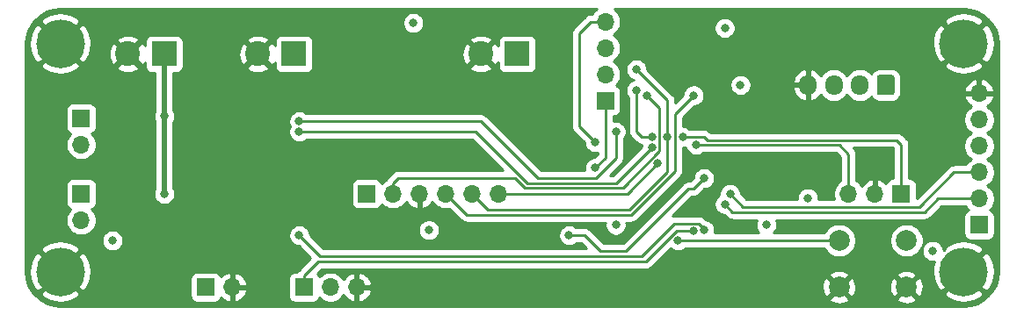
<source format=gbr>
G04 #@! TF.GenerationSoftware,KiCad,Pcbnew,5.1.10-88a1d61d58~90~ubuntu21.04.1*
G04 #@! TF.CreationDate,2021-09-07T14:48:18+02:00*
G04 #@! TF.ProjectId,DccDecoder,44636344-6563-46f6-9465-722e6b696361,rev?*
G04 #@! TF.SameCoordinates,Original*
G04 #@! TF.FileFunction,Copper,L4,Bot*
G04 #@! TF.FilePolarity,Positive*
%FSLAX46Y46*%
G04 Gerber Fmt 4.6, Leading zero omitted, Abs format (unit mm)*
G04 Created by KiCad (PCBNEW 5.1.10-88a1d61d58~90~ubuntu21.04.1) date 2021-09-07 14:48:18*
%MOMM*%
%LPD*%
G01*
G04 APERTURE LIST*
G04 #@! TA.AperFunction,ComponentPad*
%ADD10O,1.700000X1.700000*%
G04 #@! TD*
G04 #@! TA.AperFunction,ComponentPad*
%ADD11R,1.700000X1.700000*%
G04 #@! TD*
G04 #@! TA.AperFunction,ComponentPad*
%ADD12C,4.700000*%
G04 #@! TD*
G04 #@! TA.AperFunction,ComponentPad*
%ADD13C,2.000000*%
G04 #@! TD*
G04 #@! TA.AperFunction,ComponentPad*
%ADD14R,2.400000X2.400000*%
G04 #@! TD*
G04 #@! TA.AperFunction,ComponentPad*
%ADD15C,2.400000*%
G04 #@! TD*
G04 #@! TA.AperFunction,ComponentPad*
%ADD16O,1.700000X1.950000*%
G04 #@! TD*
G04 #@! TA.AperFunction,ViaPad*
%ADD17C,0.800000*%
G04 #@! TD*
G04 #@! TA.AperFunction,Conductor*
%ADD18C,0.500000*%
G04 #@! TD*
G04 #@! TA.AperFunction,Conductor*
%ADD19C,0.250000*%
G04 #@! TD*
G04 #@! TA.AperFunction,Conductor*
%ADD20C,0.254000*%
G04 #@! TD*
G04 #@! TA.AperFunction,Conductor*
%ADD21C,0.100000*%
G04 #@! TD*
G04 APERTURE END LIST*
D10*
X81500000Y-41880000D03*
X81500000Y-44420000D03*
X81500000Y-46960000D03*
D11*
X81500000Y-49500000D03*
D10*
X45540000Y-67500000D03*
D11*
X43000000Y-67500000D03*
D10*
X57540000Y-67500000D03*
X55000000Y-67500000D03*
D11*
X52460000Y-67500000D03*
D10*
X31000000Y-61040000D03*
D11*
X31000000Y-58500000D03*
D10*
X30995000Y-53755000D03*
D11*
X30995000Y-51215000D03*
X110000000Y-58500000D03*
D10*
X107460000Y-58500000D03*
X104920000Y-58500000D03*
X117500000Y-48800000D03*
X117500000Y-51340000D03*
X117500000Y-53880000D03*
X117500000Y-56420000D03*
X117500000Y-58960000D03*
D11*
X117500000Y-61500000D03*
X58500000Y-58500000D03*
D10*
X61040000Y-58500000D03*
X63580000Y-58500000D03*
X66120000Y-58500000D03*
X68660000Y-58500000D03*
X71200000Y-58500000D03*
D12*
X116000000Y-66000000D03*
X29000000Y-66000000D03*
X29000000Y-44000000D03*
X116000000Y-44000000D03*
D13*
X104000000Y-67500000D03*
X104000000Y-63000000D03*
X110500000Y-67500000D03*
X110500000Y-63000000D03*
D14*
X39000000Y-45000000D03*
D15*
X35500000Y-45000000D03*
D14*
X73000000Y-45000000D03*
D15*
X69500000Y-45000000D03*
D14*
X51500000Y-45000000D03*
D15*
X48000000Y-45000000D03*
D16*
X101000000Y-48000000D03*
X103500000Y-48000000D03*
X106000000Y-48000000D03*
G04 #@! TA.AperFunction,ComponentPad*
G36*
G01*
X109350000Y-47275000D02*
X109350000Y-48725000D01*
G75*
G02*
X109100000Y-48975000I-250000J0D01*
G01*
X107900000Y-48975000D01*
G75*
G02*
X107650000Y-48725000I0J250000D01*
G01*
X107650000Y-47275000D01*
G75*
G02*
X107900000Y-47025000I250000J0D01*
G01*
X109100000Y-47025000D01*
G75*
G02*
X109350000Y-47275000I0J-250000D01*
G01*
G37*
G04 #@! TD.AperFunction*
D17*
X92500000Y-61000000D03*
X97000000Y-56000000D03*
X78000000Y-50500000D03*
X46000000Y-55500000D03*
X39000000Y-51000000D03*
X39000000Y-58500000D03*
X34000000Y-63000000D03*
X64500000Y-62000000D03*
X63000000Y-42000000D03*
X93000000Y-42500000D03*
X113000000Y-64000000D03*
X94500000Y-48000000D03*
X82500000Y-61500000D03*
X101000000Y-58925000D03*
X96999990Y-61500000D03*
X88500000Y-63000000D03*
X84500000Y-46500000D03*
X87479978Y-53000000D03*
X84500000Y-48500000D03*
X86000000Y-53000000D03*
X86549154Y-55549154D03*
X90000000Y-49000000D03*
X85500000Y-49000000D03*
X93500000Y-58500000D03*
X93000000Y-59500000D03*
X88929990Y-53009065D03*
X90250000Y-53750000D03*
X82500000Y-52500000D03*
X52000000Y-51500000D03*
X86000000Y-54000000D03*
X52000000Y-52500000D03*
X90012653Y-62081702D03*
X91012572Y-62000161D03*
X52000000Y-62500000D03*
X80500000Y-53500000D03*
X80500000Y-56000000D03*
X91000000Y-57000000D03*
X78000000Y-62500000D03*
D18*
X39000000Y-45000000D02*
X39000000Y-51000000D01*
X39000000Y-58500000D02*
X39000000Y-51000000D01*
D19*
X88500000Y-63000000D02*
X104000000Y-63000000D01*
X84500000Y-46500000D02*
X87479978Y-49479978D01*
X70209990Y-60049990D02*
X83813600Y-60049990D01*
X87479978Y-49479978D02*
X87479978Y-53000000D01*
X83813600Y-60049990D02*
X87479978Y-56383612D01*
X68660000Y-58500000D02*
X70209990Y-60049990D01*
X87479978Y-56383612D02*
X87479978Y-53000000D01*
X84500000Y-48500000D02*
X84500000Y-52500000D01*
X85000000Y-53000000D02*
X86000000Y-53000000D01*
X84500000Y-52500000D02*
X85000000Y-53000000D01*
X83598308Y-58500000D02*
X86549154Y-55549154D01*
X71200000Y-58500000D02*
X83598308Y-58500000D01*
X88204988Y-50795012D02*
X90000000Y-49000000D01*
X88204988Y-56295012D02*
X88204988Y-50795012D01*
X84000000Y-60500000D02*
X88204988Y-56295012D01*
X66120000Y-58500000D02*
X68120000Y-60500000D01*
X68120000Y-60500000D02*
X84000000Y-60500000D01*
X86725001Y-50225001D02*
X85500000Y-49000000D01*
X83172982Y-57900020D02*
X86725001Y-54348001D01*
X73763610Y-57900020D02*
X83172982Y-57900020D01*
X61540000Y-56960000D02*
X72823590Y-56960000D01*
X86725001Y-54348001D02*
X86725001Y-50225001D01*
X61040000Y-57460000D02*
X61540000Y-56960000D01*
X72823590Y-56960000D02*
X73763610Y-57900020D01*
X61040000Y-58500000D02*
X61040000Y-57460000D01*
X115080000Y-56420000D02*
X117500000Y-56420000D01*
X111750000Y-59750000D02*
X115080000Y-56420000D01*
X94750000Y-59750000D02*
X111750000Y-59750000D01*
X93500000Y-58500000D02*
X94750000Y-59750000D01*
X113540000Y-58960000D02*
X117500000Y-58960000D01*
X93750000Y-60250000D02*
X112250000Y-60250000D01*
X112250000Y-60250000D02*
X113540000Y-58960000D01*
X93000000Y-59500000D02*
X93750000Y-60250000D01*
X89009065Y-53009065D02*
X88929990Y-53009065D01*
X88929990Y-53009065D02*
X91009065Y-53009065D01*
X91299990Y-53299990D02*
X109549990Y-53299990D01*
X91009065Y-53009065D02*
X91299990Y-53299990D01*
X110000000Y-53750000D02*
X110000000Y-58500000D01*
X109549990Y-53299990D02*
X110000000Y-53750000D01*
X90250000Y-53750000D02*
X104000000Y-53750000D01*
X104920000Y-54670000D02*
X104920000Y-58500000D01*
X104000000Y-53750000D02*
X104920000Y-54670000D01*
X82500000Y-55073002D02*
X80573002Y-57000000D01*
X82500000Y-52500000D02*
X82500000Y-55073002D01*
X80573002Y-57000000D02*
X75000000Y-57000000D01*
X75000000Y-57000000D02*
X69500000Y-51500000D01*
X69500000Y-51500000D02*
X52000000Y-51500000D01*
X69000000Y-52500000D02*
X52000000Y-52500000D01*
X73950010Y-57450010D02*
X69000000Y-52500000D01*
X82549990Y-57450010D02*
X73950010Y-57450010D01*
X86000000Y-54000000D02*
X82549990Y-57450010D01*
X52460000Y-66400000D02*
X53860000Y-65000000D01*
X52460000Y-67500000D02*
X52460000Y-66400000D01*
X85426998Y-65000000D02*
X88345296Y-62081702D01*
X53860000Y-65000000D02*
X85426998Y-65000000D01*
X88345296Y-62081702D02*
X90012653Y-62081702D01*
X88143308Y-61356692D02*
X85000000Y-64500000D01*
X90455000Y-61356692D02*
X88143308Y-61356692D01*
X54000000Y-64500000D02*
X52000000Y-62500000D01*
X91012572Y-61914264D02*
X90455000Y-61356692D01*
X85000000Y-64500000D02*
X54000000Y-64500000D01*
X91012572Y-62000161D02*
X91012572Y-61914264D01*
X80500000Y-53500000D02*
X79000000Y-52000000D01*
X79000000Y-52000000D02*
X79000000Y-43000000D01*
X80120000Y-41880000D02*
X81500000Y-41880000D01*
X79000000Y-43000000D02*
X80120000Y-41880000D01*
X81500000Y-55000000D02*
X80500000Y-56000000D01*
X81500000Y-49500000D02*
X81500000Y-55000000D01*
X83500000Y-64000000D02*
X82000000Y-64000000D01*
X81000000Y-64000000D02*
X79500000Y-62500000D01*
X79500000Y-62500000D02*
X78000000Y-62500000D01*
X82000000Y-64000000D02*
X81000000Y-64000000D01*
X91000000Y-57000000D02*
X90000000Y-58000000D01*
X90000000Y-58000000D02*
X89500000Y-58000000D01*
X89500000Y-58000000D02*
X83500000Y-64000000D01*
D20*
X80553368Y-40726525D02*
X80346525Y-40933368D01*
X80221822Y-41120000D01*
X80157322Y-41120000D01*
X80119999Y-41116324D01*
X80082676Y-41120000D01*
X80082667Y-41120000D01*
X79971014Y-41130997D01*
X79827753Y-41174454D01*
X79695724Y-41245026D01*
X79579999Y-41339999D01*
X79556201Y-41368997D01*
X78488998Y-42436201D01*
X78460000Y-42459999D01*
X78436202Y-42488997D01*
X78436201Y-42488998D01*
X78365026Y-42575724D01*
X78294454Y-42707754D01*
X78277438Y-42763850D01*
X78250998Y-42851014D01*
X78244872Y-42913212D01*
X78236324Y-43000000D01*
X78240001Y-43037332D01*
X78240000Y-51962678D01*
X78236324Y-52000000D01*
X78240000Y-52037322D01*
X78240000Y-52037332D01*
X78250997Y-52148985D01*
X78284691Y-52260062D01*
X78294454Y-52292246D01*
X78365026Y-52424276D01*
X78396533Y-52462667D01*
X78459999Y-52540001D01*
X78489003Y-52563804D01*
X79465000Y-53539802D01*
X79465000Y-53601939D01*
X79504774Y-53801898D01*
X79582795Y-53990256D01*
X79696063Y-54159774D01*
X79840226Y-54303937D01*
X80009744Y-54417205D01*
X80198102Y-54495226D01*
X80398061Y-54535000D01*
X80601939Y-54535000D01*
X80740001Y-54507538D01*
X80740001Y-54685197D01*
X80460199Y-54965000D01*
X80398061Y-54965000D01*
X80198102Y-55004774D01*
X80009744Y-55082795D01*
X79840226Y-55196063D01*
X79696063Y-55340226D01*
X79582795Y-55509744D01*
X79504774Y-55698102D01*
X79465000Y-55898061D01*
X79465000Y-56101939D01*
X79492462Y-56240000D01*
X75314802Y-56240000D01*
X70063804Y-50989003D01*
X70040001Y-50959999D01*
X69924276Y-50865026D01*
X69792247Y-50794454D01*
X69648986Y-50750997D01*
X69537333Y-50740000D01*
X69537322Y-50740000D01*
X69500000Y-50736324D01*
X69462678Y-50740000D01*
X52703711Y-50740000D01*
X52659774Y-50696063D01*
X52490256Y-50582795D01*
X52301898Y-50504774D01*
X52101939Y-50465000D01*
X51898061Y-50465000D01*
X51698102Y-50504774D01*
X51509744Y-50582795D01*
X51340226Y-50696063D01*
X51196063Y-50840226D01*
X51082795Y-51009744D01*
X51004774Y-51198102D01*
X50965000Y-51398061D01*
X50965000Y-51601939D01*
X51004774Y-51801898D01*
X51082795Y-51990256D01*
X51089306Y-52000000D01*
X51082795Y-52009744D01*
X51004774Y-52198102D01*
X50965000Y-52398061D01*
X50965000Y-52601939D01*
X51004774Y-52801898D01*
X51082795Y-52990256D01*
X51196063Y-53159774D01*
X51340226Y-53303937D01*
X51509744Y-53417205D01*
X51698102Y-53495226D01*
X51898061Y-53535000D01*
X52101939Y-53535000D01*
X52301898Y-53495226D01*
X52490256Y-53417205D01*
X52659774Y-53303937D01*
X52703711Y-53260000D01*
X68685199Y-53260000D01*
X71625198Y-56200000D01*
X61577325Y-56200000D01*
X61540000Y-56196324D01*
X61502675Y-56200000D01*
X61502667Y-56200000D01*
X61391014Y-56210997D01*
X61247753Y-56254454D01*
X61115724Y-56325026D01*
X60999999Y-56419999D01*
X60976196Y-56449003D01*
X60528998Y-56896201D01*
X60500000Y-56919999D01*
X60476202Y-56948997D01*
X60476201Y-56948998D01*
X60405026Y-57035724D01*
X60334454Y-57167754D01*
X60327727Y-57189932D01*
X60093368Y-57346525D01*
X59961513Y-57478380D01*
X59939502Y-57405820D01*
X59880537Y-57295506D01*
X59801185Y-57198815D01*
X59704494Y-57119463D01*
X59594180Y-57060498D01*
X59474482Y-57024188D01*
X59350000Y-57011928D01*
X57650000Y-57011928D01*
X57525518Y-57024188D01*
X57405820Y-57060498D01*
X57295506Y-57119463D01*
X57198815Y-57198815D01*
X57119463Y-57295506D01*
X57060498Y-57405820D01*
X57024188Y-57525518D01*
X57011928Y-57650000D01*
X57011928Y-59350000D01*
X57024188Y-59474482D01*
X57060498Y-59594180D01*
X57119463Y-59704494D01*
X57198815Y-59801185D01*
X57295506Y-59880537D01*
X57405820Y-59939502D01*
X57525518Y-59975812D01*
X57650000Y-59988072D01*
X59350000Y-59988072D01*
X59474482Y-59975812D01*
X59594180Y-59939502D01*
X59704494Y-59880537D01*
X59801185Y-59801185D01*
X59880537Y-59704494D01*
X59939502Y-59594180D01*
X59961513Y-59521620D01*
X60093368Y-59653475D01*
X60336589Y-59815990D01*
X60606842Y-59927932D01*
X60893740Y-59985000D01*
X61186260Y-59985000D01*
X61473158Y-59927932D01*
X61743411Y-59815990D01*
X61986632Y-59653475D01*
X62193475Y-59446632D01*
X62315195Y-59264466D01*
X62384822Y-59381355D01*
X62579731Y-59597588D01*
X62813080Y-59771641D01*
X63075901Y-59896825D01*
X63223110Y-59941476D01*
X63453000Y-59820155D01*
X63453000Y-58627000D01*
X63433000Y-58627000D01*
X63433000Y-58373000D01*
X63453000Y-58373000D01*
X63453000Y-58353000D01*
X63707000Y-58353000D01*
X63707000Y-58373000D01*
X63727000Y-58373000D01*
X63727000Y-58627000D01*
X63707000Y-58627000D01*
X63707000Y-59820155D01*
X63936890Y-59941476D01*
X64084099Y-59896825D01*
X64346920Y-59771641D01*
X64580269Y-59597588D01*
X64775178Y-59381355D01*
X64844805Y-59264466D01*
X64966525Y-59446632D01*
X65173368Y-59653475D01*
X65416589Y-59815990D01*
X65686842Y-59927932D01*
X65973740Y-59985000D01*
X66266260Y-59985000D01*
X66486408Y-59941209D01*
X67556201Y-61011003D01*
X67579999Y-61040001D01*
X67608997Y-61063799D01*
X67695723Y-61134974D01*
X67752386Y-61165261D01*
X67827753Y-61205546D01*
X67971014Y-61249003D01*
X68082667Y-61260000D01*
X68082676Y-61260000D01*
X68119999Y-61263676D01*
X68157322Y-61260000D01*
X81492462Y-61260000D01*
X81465000Y-61398061D01*
X81465000Y-61601939D01*
X81504774Y-61801898D01*
X81582795Y-61990256D01*
X81696063Y-62159774D01*
X81840226Y-62303937D01*
X82009744Y-62417205D01*
X82198102Y-62495226D01*
X82398061Y-62535000D01*
X82601939Y-62535000D01*
X82801898Y-62495226D01*
X82990256Y-62417205D01*
X83159774Y-62303937D01*
X83303937Y-62159774D01*
X83417205Y-61990256D01*
X83495226Y-61801898D01*
X83535000Y-61601939D01*
X83535000Y-61398061D01*
X83507538Y-61260000D01*
X83962678Y-61260000D01*
X84000000Y-61263676D01*
X84037322Y-61260000D01*
X84037333Y-61260000D01*
X84148986Y-61249003D01*
X84292247Y-61205546D01*
X84424276Y-61134974D01*
X84540001Y-61040001D01*
X84563804Y-61010997D01*
X88715992Y-56858810D01*
X88744989Y-56835013D01*
X88803534Y-56763676D01*
X88839962Y-56719289D01*
X88910534Y-56587259D01*
X88924869Y-56540001D01*
X88953991Y-56443998D01*
X88964988Y-56332345D01*
X88964988Y-56332336D01*
X88968664Y-56295013D01*
X88964988Y-56257690D01*
X88964988Y-54044065D01*
X89031929Y-54044065D01*
X89231888Y-54004291D01*
X89244283Y-53999157D01*
X89254774Y-54051898D01*
X89332795Y-54240256D01*
X89446063Y-54409774D01*
X89590226Y-54553937D01*
X89759744Y-54667205D01*
X89948102Y-54745226D01*
X90148061Y-54785000D01*
X90351939Y-54785000D01*
X90551898Y-54745226D01*
X90740256Y-54667205D01*
X90909774Y-54553937D01*
X90953711Y-54510000D01*
X103685198Y-54510000D01*
X104160000Y-54984803D01*
X104160001Y-57221821D01*
X103973368Y-57346525D01*
X103766525Y-57553368D01*
X103604010Y-57796589D01*
X103492068Y-58066842D01*
X103435000Y-58353740D01*
X103435000Y-58646260D01*
X103492068Y-58933158D01*
X103515613Y-58990000D01*
X102035000Y-58990000D01*
X102035000Y-58823061D01*
X101995226Y-58623102D01*
X101917205Y-58434744D01*
X101803937Y-58265226D01*
X101659774Y-58121063D01*
X101490256Y-58007795D01*
X101301898Y-57929774D01*
X101101939Y-57890000D01*
X100898061Y-57890000D01*
X100698102Y-57929774D01*
X100509744Y-58007795D01*
X100340226Y-58121063D01*
X100196063Y-58265226D01*
X100082795Y-58434744D01*
X100004774Y-58623102D01*
X99965000Y-58823061D01*
X99965000Y-58990000D01*
X95064802Y-58990000D01*
X94535000Y-58460199D01*
X94535000Y-58398061D01*
X94495226Y-58198102D01*
X94417205Y-58009744D01*
X94303937Y-57840226D01*
X94159774Y-57696063D01*
X93990256Y-57582795D01*
X93801898Y-57504774D01*
X93601939Y-57465000D01*
X93398061Y-57465000D01*
X93198102Y-57504774D01*
X93009744Y-57582795D01*
X92840226Y-57696063D01*
X92696063Y-57840226D01*
X92582795Y-58009744D01*
X92504774Y-58198102D01*
X92465000Y-58398061D01*
X92465000Y-58601939D01*
X92466888Y-58611430D01*
X92340226Y-58696063D01*
X92196063Y-58840226D01*
X92082795Y-59009744D01*
X92004774Y-59198102D01*
X91965000Y-59398061D01*
X91965000Y-59601939D01*
X92004774Y-59801898D01*
X92082795Y-59990256D01*
X92196063Y-60159774D01*
X92340226Y-60303937D01*
X92509744Y-60417205D01*
X92698102Y-60495226D01*
X92898061Y-60535000D01*
X92960198Y-60535000D01*
X93186201Y-60761002D01*
X93209999Y-60790001D01*
X93325724Y-60884974D01*
X93457753Y-60955546D01*
X93601014Y-60999003D01*
X93712667Y-61010000D01*
X93712676Y-61010000D01*
X93749999Y-61013676D01*
X93787322Y-61010000D01*
X96082679Y-61010000D01*
X96004764Y-61198102D01*
X95964990Y-61398061D01*
X95964990Y-61601939D01*
X96004764Y-61801898D01*
X96082785Y-61990256D01*
X96196053Y-62159774D01*
X96276279Y-62240000D01*
X92020142Y-62240000D01*
X92047572Y-62102100D01*
X92047572Y-61898222D01*
X92007798Y-61698263D01*
X91929777Y-61509905D01*
X91816509Y-61340387D01*
X91672346Y-61196224D01*
X91502828Y-61082956D01*
X91314470Y-61004935D01*
X91144170Y-60971060D01*
X91018803Y-60845694D01*
X90995001Y-60816691D01*
X90879276Y-60721718D01*
X90747247Y-60651146D01*
X90603986Y-60607689D01*
X90492333Y-60596692D01*
X90492322Y-60596692D01*
X90455000Y-60593016D01*
X90417678Y-60596692D01*
X88180631Y-60596692D01*
X88143308Y-60593016D01*
X88105985Y-60596692D01*
X88105975Y-60596692D01*
X87994322Y-60607689D01*
X87955266Y-60619536D01*
X89814803Y-58760000D01*
X89962678Y-58760000D01*
X90000000Y-58763676D01*
X90037322Y-58760000D01*
X90037333Y-58760000D01*
X90148986Y-58749003D01*
X90292247Y-58705546D01*
X90424276Y-58634974D01*
X90540001Y-58540001D01*
X90563804Y-58510998D01*
X91039802Y-58035000D01*
X91101939Y-58035000D01*
X91301898Y-57995226D01*
X91490256Y-57917205D01*
X91659774Y-57803937D01*
X91803937Y-57659774D01*
X91917205Y-57490256D01*
X91995226Y-57301898D01*
X92035000Y-57101939D01*
X92035000Y-56898061D01*
X91995226Y-56698102D01*
X91917205Y-56509744D01*
X91803937Y-56340226D01*
X91659774Y-56196063D01*
X91490256Y-56082795D01*
X91301898Y-56004774D01*
X91101939Y-55965000D01*
X90898061Y-55965000D01*
X90698102Y-56004774D01*
X90509744Y-56082795D01*
X90340226Y-56196063D01*
X90196063Y-56340226D01*
X90082795Y-56509744D01*
X90004774Y-56698102D01*
X89965000Y-56898061D01*
X89965000Y-56960198D01*
X89685199Y-57240000D01*
X89537322Y-57240000D01*
X89499999Y-57236324D01*
X89462676Y-57240000D01*
X89462667Y-57240000D01*
X89351014Y-57250997D01*
X89207753Y-57294454D01*
X89075724Y-57365026D01*
X89075722Y-57365027D01*
X89075723Y-57365027D01*
X88988996Y-57436201D01*
X88988992Y-57436205D01*
X88959999Y-57459999D01*
X88936205Y-57488992D01*
X83185199Y-63240000D01*
X81314802Y-63240000D01*
X80063804Y-61989003D01*
X80040001Y-61959999D01*
X79924276Y-61865026D01*
X79792247Y-61794454D01*
X79648986Y-61750997D01*
X79537333Y-61740000D01*
X79537322Y-61740000D01*
X79500000Y-61736324D01*
X79462678Y-61740000D01*
X78703711Y-61740000D01*
X78659774Y-61696063D01*
X78490256Y-61582795D01*
X78301898Y-61504774D01*
X78101939Y-61465000D01*
X77898061Y-61465000D01*
X77698102Y-61504774D01*
X77509744Y-61582795D01*
X77340226Y-61696063D01*
X77196063Y-61840226D01*
X77082795Y-62009744D01*
X77004774Y-62198102D01*
X76965000Y-62398061D01*
X76965000Y-62601939D01*
X77004774Y-62801898D01*
X77082795Y-62990256D01*
X77196063Y-63159774D01*
X77340226Y-63303937D01*
X77509744Y-63417205D01*
X77698102Y-63495226D01*
X77898061Y-63535000D01*
X78101939Y-63535000D01*
X78301898Y-63495226D01*
X78490256Y-63417205D01*
X78659774Y-63303937D01*
X78703711Y-63260000D01*
X79185199Y-63260000D01*
X79665199Y-63740000D01*
X54314802Y-63740000D01*
X53035000Y-62460199D01*
X53035000Y-62398061D01*
X52995226Y-62198102D01*
X52917205Y-62009744D01*
X52842582Y-61898061D01*
X63465000Y-61898061D01*
X63465000Y-62101939D01*
X63504774Y-62301898D01*
X63582795Y-62490256D01*
X63696063Y-62659774D01*
X63840226Y-62803937D01*
X64009744Y-62917205D01*
X64198102Y-62995226D01*
X64398061Y-63035000D01*
X64601939Y-63035000D01*
X64801898Y-62995226D01*
X64990256Y-62917205D01*
X65159774Y-62803937D01*
X65303937Y-62659774D01*
X65417205Y-62490256D01*
X65495226Y-62301898D01*
X65535000Y-62101939D01*
X65535000Y-61898061D01*
X65495226Y-61698102D01*
X65417205Y-61509744D01*
X65303937Y-61340226D01*
X65159774Y-61196063D01*
X64990256Y-61082795D01*
X64801898Y-61004774D01*
X64601939Y-60965000D01*
X64398061Y-60965000D01*
X64198102Y-61004774D01*
X64009744Y-61082795D01*
X63840226Y-61196063D01*
X63696063Y-61340226D01*
X63582795Y-61509744D01*
X63504774Y-61698102D01*
X63465000Y-61898061D01*
X52842582Y-61898061D01*
X52803937Y-61840226D01*
X52659774Y-61696063D01*
X52490256Y-61582795D01*
X52301898Y-61504774D01*
X52101939Y-61465000D01*
X51898061Y-61465000D01*
X51698102Y-61504774D01*
X51509744Y-61582795D01*
X51340226Y-61696063D01*
X51196063Y-61840226D01*
X51082795Y-62009744D01*
X51004774Y-62198102D01*
X50965000Y-62398061D01*
X50965000Y-62601939D01*
X51004774Y-62801898D01*
X51082795Y-62990256D01*
X51196063Y-63159774D01*
X51340226Y-63303937D01*
X51509744Y-63417205D01*
X51698102Y-63495226D01*
X51898061Y-63535000D01*
X51960199Y-63535000D01*
X53105198Y-64680000D01*
X51948998Y-65836201D01*
X51920000Y-65859999D01*
X51896202Y-65888997D01*
X51896201Y-65888998D01*
X51825026Y-65975724D01*
X51805674Y-66011928D01*
X51610000Y-66011928D01*
X51485518Y-66024188D01*
X51365820Y-66060498D01*
X51255506Y-66119463D01*
X51158815Y-66198815D01*
X51079463Y-66295506D01*
X51020498Y-66405820D01*
X50984188Y-66525518D01*
X50971928Y-66650000D01*
X50971928Y-68350000D01*
X50984188Y-68474482D01*
X51020498Y-68594180D01*
X51079463Y-68704494D01*
X51158815Y-68801185D01*
X51255506Y-68880537D01*
X51365820Y-68939502D01*
X51485518Y-68975812D01*
X51610000Y-68988072D01*
X53310000Y-68988072D01*
X53434482Y-68975812D01*
X53554180Y-68939502D01*
X53664494Y-68880537D01*
X53761185Y-68801185D01*
X53840537Y-68704494D01*
X53899502Y-68594180D01*
X53921513Y-68521620D01*
X54053368Y-68653475D01*
X54296589Y-68815990D01*
X54566842Y-68927932D01*
X54853740Y-68985000D01*
X55146260Y-68985000D01*
X55433158Y-68927932D01*
X55703411Y-68815990D01*
X55946632Y-68653475D01*
X56153475Y-68446632D01*
X56275195Y-68264466D01*
X56344822Y-68381355D01*
X56539731Y-68597588D01*
X56773080Y-68771641D01*
X57035901Y-68896825D01*
X57183110Y-68941476D01*
X57413000Y-68820155D01*
X57413000Y-67627000D01*
X57667000Y-67627000D01*
X57667000Y-68820155D01*
X57896890Y-68941476D01*
X58044099Y-68896825D01*
X58306920Y-68771641D01*
X58489557Y-68635413D01*
X103044192Y-68635413D01*
X103139956Y-68899814D01*
X103429571Y-69040704D01*
X103741108Y-69122384D01*
X104062595Y-69141718D01*
X104381675Y-69097961D01*
X104686088Y-68992795D01*
X104860044Y-68899814D01*
X104955808Y-68635413D01*
X109544192Y-68635413D01*
X109639956Y-68899814D01*
X109929571Y-69040704D01*
X110241108Y-69122384D01*
X110562595Y-69141718D01*
X110881675Y-69097961D01*
X111186088Y-68992795D01*
X111360044Y-68899814D01*
X111455808Y-68635413D01*
X110500000Y-67679605D01*
X109544192Y-68635413D01*
X104955808Y-68635413D01*
X104000000Y-67679605D01*
X103044192Y-68635413D01*
X58489557Y-68635413D01*
X58540269Y-68597588D01*
X58735178Y-68381355D01*
X58884157Y-68131252D01*
X58981481Y-67856891D01*
X58860814Y-67627000D01*
X57667000Y-67627000D01*
X57413000Y-67627000D01*
X57393000Y-67627000D01*
X57393000Y-67562595D01*
X102358282Y-67562595D01*
X102402039Y-67881675D01*
X102507205Y-68186088D01*
X102600186Y-68360044D01*
X102864587Y-68455808D01*
X103820395Y-67500000D01*
X104179605Y-67500000D01*
X105135413Y-68455808D01*
X105399814Y-68360044D01*
X105540704Y-68070429D01*
X105622384Y-67758892D01*
X105634189Y-67562595D01*
X108858282Y-67562595D01*
X108902039Y-67881675D01*
X109007205Y-68186088D01*
X109100186Y-68360044D01*
X109364587Y-68455808D01*
X110320395Y-67500000D01*
X110679605Y-67500000D01*
X111635413Y-68455808D01*
X111899814Y-68360044D01*
X112028036Y-68096468D01*
X114083137Y-68096468D01*
X114341298Y-68499073D01*
X114860715Y-68774651D01*
X115423913Y-68943601D01*
X116009250Y-68999430D01*
X116594233Y-68939992D01*
X117156379Y-68767571D01*
X117658702Y-68499073D01*
X117916863Y-68096468D01*
X116000000Y-66179605D01*
X114083137Y-68096468D01*
X112028036Y-68096468D01*
X112040704Y-68070429D01*
X112122384Y-67758892D01*
X112141718Y-67437405D01*
X112097961Y-67118325D01*
X111992795Y-66813912D01*
X111899814Y-66639956D01*
X111635413Y-66544192D01*
X110679605Y-67500000D01*
X110320395Y-67500000D01*
X109364587Y-66544192D01*
X109100186Y-66639956D01*
X108959296Y-66929571D01*
X108877616Y-67241108D01*
X108858282Y-67562595D01*
X105634189Y-67562595D01*
X105641718Y-67437405D01*
X105597961Y-67118325D01*
X105492795Y-66813912D01*
X105399814Y-66639956D01*
X105135413Y-66544192D01*
X104179605Y-67500000D01*
X103820395Y-67500000D01*
X102864587Y-66544192D01*
X102600186Y-66639956D01*
X102459296Y-66929571D01*
X102377616Y-67241108D01*
X102358282Y-67562595D01*
X57393000Y-67562595D01*
X57393000Y-67373000D01*
X57413000Y-67373000D01*
X57413000Y-66179845D01*
X57667000Y-66179845D01*
X57667000Y-67373000D01*
X58860814Y-67373000D01*
X58981481Y-67143109D01*
X58884157Y-66868748D01*
X58735178Y-66618645D01*
X58540269Y-66402412D01*
X58489558Y-66364587D01*
X103044192Y-66364587D01*
X104000000Y-67320395D01*
X104955808Y-66364587D01*
X109544192Y-66364587D01*
X110500000Y-67320395D01*
X111455808Y-66364587D01*
X111360044Y-66100186D01*
X111070429Y-65959296D01*
X110758892Y-65877616D01*
X110437405Y-65858282D01*
X110118325Y-65902039D01*
X109813912Y-66007205D01*
X109639956Y-66100186D01*
X109544192Y-66364587D01*
X104955808Y-66364587D01*
X104860044Y-66100186D01*
X104570429Y-65959296D01*
X104258892Y-65877616D01*
X103937405Y-65858282D01*
X103618325Y-65902039D01*
X103313912Y-66007205D01*
X103139956Y-66100186D01*
X103044192Y-66364587D01*
X58489558Y-66364587D01*
X58306920Y-66228359D01*
X58044099Y-66103175D01*
X57896890Y-66058524D01*
X57667000Y-66179845D01*
X57413000Y-66179845D01*
X57183110Y-66058524D01*
X57035901Y-66103175D01*
X56773080Y-66228359D01*
X56539731Y-66402412D01*
X56344822Y-66618645D01*
X56275195Y-66735534D01*
X56153475Y-66553368D01*
X55946632Y-66346525D01*
X55703411Y-66184010D01*
X55433158Y-66072068D01*
X55146260Y-66015000D01*
X54853740Y-66015000D01*
X54566842Y-66072068D01*
X54296589Y-66184010D01*
X54053368Y-66346525D01*
X53921513Y-66478380D01*
X53899502Y-66405820D01*
X53840537Y-66295506D01*
X53761185Y-66198815D01*
X53747345Y-66187457D01*
X54174802Y-65760000D01*
X85389676Y-65760000D01*
X85426998Y-65763676D01*
X85464320Y-65760000D01*
X85464331Y-65760000D01*
X85575984Y-65749003D01*
X85719245Y-65705546D01*
X85851274Y-65634974D01*
X85966999Y-65540001D01*
X85990802Y-65510997D01*
X87769044Y-63732755D01*
X87840226Y-63803937D01*
X88009744Y-63917205D01*
X88198102Y-63995226D01*
X88398061Y-64035000D01*
X88601939Y-64035000D01*
X88801898Y-63995226D01*
X88990256Y-63917205D01*
X89159774Y-63803937D01*
X89203711Y-63760000D01*
X102545091Y-63760000D01*
X102551082Y-63774463D01*
X102730013Y-64042252D01*
X102957748Y-64269987D01*
X103225537Y-64448918D01*
X103523088Y-64572168D01*
X103838967Y-64635000D01*
X104161033Y-64635000D01*
X104476912Y-64572168D01*
X104774463Y-64448918D01*
X105042252Y-64269987D01*
X105269987Y-64042252D01*
X105448918Y-63774463D01*
X105572168Y-63476912D01*
X105635000Y-63161033D01*
X105635000Y-62838967D01*
X108865000Y-62838967D01*
X108865000Y-63161033D01*
X108927832Y-63476912D01*
X109051082Y-63774463D01*
X109230013Y-64042252D01*
X109457748Y-64269987D01*
X109725537Y-64448918D01*
X110023088Y-64572168D01*
X110338967Y-64635000D01*
X110661033Y-64635000D01*
X110976912Y-64572168D01*
X111274463Y-64448918D01*
X111542252Y-64269987D01*
X111769987Y-64042252D01*
X111866332Y-63898061D01*
X111965000Y-63898061D01*
X111965000Y-64101939D01*
X112004774Y-64301898D01*
X112082795Y-64490256D01*
X112196063Y-64659774D01*
X112340226Y-64803937D01*
X112509744Y-64917205D01*
X112698102Y-64995226D01*
X112898061Y-65035000D01*
X113101939Y-65035000D01*
X113177580Y-65019954D01*
X113056399Y-65423913D01*
X113000570Y-66009250D01*
X113060008Y-66594233D01*
X113232429Y-67156379D01*
X113500927Y-67658702D01*
X113903532Y-67916863D01*
X115820395Y-66000000D01*
X116179605Y-66000000D01*
X118096468Y-67916863D01*
X118499073Y-67658702D01*
X118774651Y-67139285D01*
X118943601Y-66576087D01*
X118999430Y-65990750D01*
X118939992Y-65405767D01*
X118767571Y-64843621D01*
X118499073Y-64341298D01*
X118096468Y-64083137D01*
X116179605Y-66000000D01*
X115820395Y-66000000D01*
X115806253Y-65985858D01*
X115985858Y-65806253D01*
X116000000Y-65820395D01*
X117916863Y-63903532D01*
X117658702Y-63500927D01*
X117139285Y-63225349D01*
X116576087Y-63056399D01*
X115990750Y-63000570D01*
X115405767Y-63060008D01*
X114843621Y-63232429D01*
X114341298Y-63500927D01*
X114083138Y-63903530D01*
X114024405Y-63844797D01*
X113995226Y-63698102D01*
X113917205Y-63509744D01*
X113803937Y-63340226D01*
X113659774Y-63196063D01*
X113490256Y-63082795D01*
X113301898Y-63004774D01*
X113101939Y-62965000D01*
X112898061Y-62965000D01*
X112698102Y-63004774D01*
X112509744Y-63082795D01*
X112340226Y-63196063D01*
X112196063Y-63340226D01*
X112082795Y-63509744D01*
X112004774Y-63698102D01*
X111965000Y-63898061D01*
X111866332Y-63898061D01*
X111948918Y-63774463D01*
X112072168Y-63476912D01*
X112135000Y-63161033D01*
X112135000Y-62838967D01*
X112072168Y-62523088D01*
X111948918Y-62225537D01*
X111769987Y-61957748D01*
X111542252Y-61730013D01*
X111274463Y-61551082D01*
X110976912Y-61427832D01*
X110661033Y-61365000D01*
X110338967Y-61365000D01*
X110023088Y-61427832D01*
X109725537Y-61551082D01*
X109457748Y-61730013D01*
X109230013Y-61957748D01*
X109051082Y-62225537D01*
X108927832Y-62523088D01*
X108865000Y-62838967D01*
X105635000Y-62838967D01*
X105572168Y-62523088D01*
X105448918Y-62225537D01*
X105269987Y-61957748D01*
X105042252Y-61730013D01*
X104774463Y-61551082D01*
X104476912Y-61427832D01*
X104161033Y-61365000D01*
X103838967Y-61365000D01*
X103523088Y-61427832D01*
X103225537Y-61551082D01*
X102957748Y-61730013D01*
X102730013Y-61957748D01*
X102551082Y-62225537D01*
X102545091Y-62240000D01*
X97723701Y-62240000D01*
X97803927Y-62159774D01*
X97917195Y-61990256D01*
X97995216Y-61801898D01*
X98034990Y-61601939D01*
X98034990Y-61398061D01*
X97995216Y-61198102D01*
X97917301Y-61010000D01*
X112212678Y-61010000D01*
X112250000Y-61013676D01*
X112287322Y-61010000D01*
X112287333Y-61010000D01*
X112398986Y-60999003D01*
X112542247Y-60955546D01*
X112674276Y-60884974D01*
X112790001Y-60790001D01*
X112813803Y-60760998D01*
X113854803Y-59720000D01*
X116221822Y-59720000D01*
X116346525Y-59906632D01*
X116478380Y-60038487D01*
X116405820Y-60060498D01*
X116295506Y-60119463D01*
X116198815Y-60198815D01*
X116119463Y-60295506D01*
X116060498Y-60405820D01*
X116024188Y-60525518D01*
X116011928Y-60650000D01*
X116011928Y-62350000D01*
X116024188Y-62474482D01*
X116060498Y-62594180D01*
X116119463Y-62704494D01*
X116198815Y-62801185D01*
X116295506Y-62880537D01*
X116405820Y-62939502D01*
X116525518Y-62975812D01*
X116650000Y-62988072D01*
X118350000Y-62988072D01*
X118474482Y-62975812D01*
X118594180Y-62939502D01*
X118704494Y-62880537D01*
X118801185Y-62801185D01*
X118880537Y-62704494D01*
X118939502Y-62594180D01*
X118975812Y-62474482D01*
X118988072Y-62350000D01*
X118988072Y-60650000D01*
X118975812Y-60525518D01*
X118939502Y-60405820D01*
X118880537Y-60295506D01*
X118801185Y-60198815D01*
X118704494Y-60119463D01*
X118594180Y-60060498D01*
X118521620Y-60038487D01*
X118653475Y-59906632D01*
X118815990Y-59663411D01*
X118927932Y-59393158D01*
X118985000Y-59106260D01*
X118985000Y-58813740D01*
X118927932Y-58526842D01*
X118815990Y-58256589D01*
X118653475Y-58013368D01*
X118446632Y-57806525D01*
X118272240Y-57690000D01*
X118446632Y-57573475D01*
X118653475Y-57366632D01*
X118815990Y-57123411D01*
X118927932Y-56853158D01*
X118985000Y-56566260D01*
X118985000Y-56273740D01*
X118927932Y-55986842D01*
X118815990Y-55716589D01*
X118653475Y-55473368D01*
X118446632Y-55266525D01*
X118272240Y-55150000D01*
X118446632Y-55033475D01*
X118653475Y-54826632D01*
X118815990Y-54583411D01*
X118927932Y-54313158D01*
X118985000Y-54026260D01*
X118985000Y-53733740D01*
X118927932Y-53446842D01*
X118815990Y-53176589D01*
X118653475Y-52933368D01*
X118446632Y-52726525D01*
X118272240Y-52610000D01*
X118446632Y-52493475D01*
X118653475Y-52286632D01*
X118815990Y-52043411D01*
X118927932Y-51773158D01*
X118985000Y-51486260D01*
X118985000Y-51193740D01*
X118927932Y-50906842D01*
X118815990Y-50636589D01*
X118653475Y-50393368D01*
X118446632Y-50186525D01*
X118264466Y-50064805D01*
X118381355Y-49995178D01*
X118597588Y-49800269D01*
X118771641Y-49566920D01*
X118896825Y-49304099D01*
X118941476Y-49156890D01*
X118820155Y-48927000D01*
X117627000Y-48927000D01*
X117627000Y-48947000D01*
X117373000Y-48947000D01*
X117373000Y-48927000D01*
X116179845Y-48927000D01*
X116058524Y-49156890D01*
X116103175Y-49304099D01*
X116228359Y-49566920D01*
X116402412Y-49800269D01*
X116618645Y-49995178D01*
X116735534Y-50064805D01*
X116553368Y-50186525D01*
X116346525Y-50393368D01*
X116184010Y-50636589D01*
X116072068Y-50906842D01*
X116015000Y-51193740D01*
X116015000Y-51486260D01*
X116072068Y-51773158D01*
X116184010Y-52043411D01*
X116346525Y-52286632D01*
X116553368Y-52493475D01*
X116727760Y-52610000D01*
X116553368Y-52726525D01*
X116346525Y-52933368D01*
X116184010Y-53176589D01*
X116072068Y-53446842D01*
X116015000Y-53733740D01*
X116015000Y-54026260D01*
X116072068Y-54313158D01*
X116184010Y-54583411D01*
X116346525Y-54826632D01*
X116553368Y-55033475D01*
X116727760Y-55150000D01*
X116553368Y-55266525D01*
X116346525Y-55473368D01*
X116221822Y-55660000D01*
X115117322Y-55660000D01*
X115079999Y-55656324D01*
X115042676Y-55660000D01*
X115042667Y-55660000D01*
X114931014Y-55670997D01*
X114787753Y-55714454D01*
X114655724Y-55785026D01*
X114539999Y-55879999D01*
X114516201Y-55908997D01*
X111488072Y-58937127D01*
X111488072Y-57650000D01*
X111475812Y-57525518D01*
X111439502Y-57405820D01*
X111380537Y-57295506D01*
X111301185Y-57198815D01*
X111204494Y-57119463D01*
X111094180Y-57060498D01*
X110974482Y-57024188D01*
X110850000Y-57011928D01*
X110760000Y-57011928D01*
X110760000Y-53787322D01*
X110763676Y-53749999D01*
X110760000Y-53712676D01*
X110760000Y-53712667D01*
X110749003Y-53601014D01*
X110705546Y-53457753D01*
X110634974Y-53325724D01*
X110540001Y-53209999D01*
X110510998Y-53186197D01*
X110113794Y-52788993D01*
X110089991Y-52759989D01*
X109974266Y-52665016D01*
X109842237Y-52594444D01*
X109698976Y-52550987D01*
X109587323Y-52539990D01*
X109587312Y-52539990D01*
X109549990Y-52536314D01*
X109512668Y-52539990D01*
X91614791Y-52539990D01*
X91572869Y-52498068D01*
X91549066Y-52469064D01*
X91433341Y-52374091D01*
X91301312Y-52303519D01*
X91158051Y-52260062D01*
X91046398Y-52249065D01*
X91046387Y-52249065D01*
X91009065Y-52245389D01*
X90971743Y-52249065D01*
X89633701Y-52249065D01*
X89589764Y-52205128D01*
X89420246Y-52091860D01*
X89231888Y-52013839D01*
X89031929Y-51974065D01*
X88964988Y-51974065D01*
X88964988Y-51109813D01*
X90039802Y-50035000D01*
X90101939Y-50035000D01*
X90301898Y-49995226D01*
X90490256Y-49917205D01*
X90659774Y-49803937D01*
X90803937Y-49659774D01*
X90917205Y-49490256D01*
X90995226Y-49301898D01*
X91035000Y-49101939D01*
X91035000Y-48898061D01*
X90995226Y-48698102D01*
X90917205Y-48509744D01*
X90803937Y-48340226D01*
X90659774Y-48196063D01*
X90490256Y-48082795D01*
X90301898Y-48004774D01*
X90101939Y-47965000D01*
X89898061Y-47965000D01*
X89698102Y-48004774D01*
X89509744Y-48082795D01*
X89340226Y-48196063D01*
X89196063Y-48340226D01*
X89082795Y-48509744D01*
X89004774Y-48698102D01*
X88965000Y-48898061D01*
X88965000Y-48960198D01*
X88239978Y-49685221D01*
X88239978Y-49517300D01*
X88243654Y-49479977D01*
X88239978Y-49442654D01*
X88239978Y-49442645D01*
X88228981Y-49330992D01*
X88185524Y-49187731D01*
X88114952Y-49055702D01*
X88019979Y-48939977D01*
X87990982Y-48916180D01*
X86972863Y-47898061D01*
X93465000Y-47898061D01*
X93465000Y-48101939D01*
X93504774Y-48301898D01*
X93582795Y-48490256D01*
X93696063Y-48659774D01*
X93840226Y-48803937D01*
X94009744Y-48917205D01*
X94198102Y-48995226D01*
X94398061Y-49035000D01*
X94601939Y-49035000D01*
X94801898Y-48995226D01*
X94990256Y-48917205D01*
X95159774Y-48803937D01*
X95303937Y-48659774D01*
X95417205Y-48490256D01*
X95471462Y-48359267D01*
X99533680Y-48359267D01*
X99607558Y-48640830D01*
X99734947Y-48902570D01*
X99910951Y-49134429D01*
X100128807Y-49327496D01*
X100380142Y-49474352D01*
X100643110Y-49566476D01*
X100873000Y-49445155D01*
X100873000Y-48127000D01*
X99673835Y-48127000D01*
X99533680Y-48359267D01*
X95471462Y-48359267D01*
X95495226Y-48301898D01*
X95535000Y-48101939D01*
X95535000Y-47898061D01*
X95495226Y-47698102D01*
X95471463Y-47640733D01*
X99533680Y-47640733D01*
X99673835Y-47873000D01*
X100873000Y-47873000D01*
X100873000Y-46554845D01*
X101127000Y-46554845D01*
X101127000Y-47873000D01*
X101147000Y-47873000D01*
X101147000Y-48127000D01*
X101127000Y-48127000D01*
X101127000Y-49445155D01*
X101356890Y-49566476D01*
X101619858Y-49474352D01*
X101871193Y-49327496D01*
X102089049Y-49134429D01*
X102245538Y-48928278D01*
X102259294Y-48954013D01*
X102444866Y-49180134D01*
X102670986Y-49365706D01*
X102928966Y-49503599D01*
X103208889Y-49588513D01*
X103500000Y-49617185D01*
X103791110Y-49588513D01*
X104071033Y-49503599D01*
X104329013Y-49365706D01*
X104555134Y-49180134D01*
X104740706Y-48954014D01*
X104750000Y-48936626D01*
X104759294Y-48954013D01*
X104944866Y-49180134D01*
X105170986Y-49365706D01*
X105428966Y-49503599D01*
X105708889Y-49588513D01*
X106000000Y-49617185D01*
X106291110Y-49588513D01*
X106571033Y-49503599D01*
X106829013Y-49365706D01*
X107055134Y-49180134D01*
X107107223Y-49116663D01*
X107161595Y-49218386D01*
X107272038Y-49352962D01*
X107406614Y-49463405D01*
X107560150Y-49545472D01*
X107726746Y-49596008D01*
X107900000Y-49613072D01*
X109100000Y-49613072D01*
X109273254Y-49596008D01*
X109439850Y-49545472D01*
X109593386Y-49463405D01*
X109727962Y-49352962D01*
X109838405Y-49218386D01*
X109920472Y-49064850D01*
X109971008Y-48898254D01*
X109988072Y-48725000D01*
X109988072Y-48443110D01*
X116058524Y-48443110D01*
X116179845Y-48673000D01*
X117373000Y-48673000D01*
X117373000Y-47479186D01*
X117627000Y-47479186D01*
X117627000Y-48673000D01*
X118820155Y-48673000D01*
X118941476Y-48443110D01*
X118896825Y-48295901D01*
X118771641Y-48033080D01*
X118597588Y-47799731D01*
X118381355Y-47604822D01*
X118131252Y-47455843D01*
X117856891Y-47358519D01*
X117627000Y-47479186D01*
X117373000Y-47479186D01*
X117143109Y-47358519D01*
X116868748Y-47455843D01*
X116618645Y-47604822D01*
X116402412Y-47799731D01*
X116228359Y-48033080D01*
X116103175Y-48295901D01*
X116058524Y-48443110D01*
X109988072Y-48443110D01*
X109988072Y-47275000D01*
X109971008Y-47101746D01*
X109920472Y-46935150D01*
X109838405Y-46781614D01*
X109727962Y-46647038D01*
X109593386Y-46536595D01*
X109439850Y-46454528D01*
X109273254Y-46403992D01*
X109100000Y-46386928D01*
X107900000Y-46386928D01*
X107726746Y-46403992D01*
X107560150Y-46454528D01*
X107406614Y-46536595D01*
X107272038Y-46647038D01*
X107161595Y-46781614D01*
X107107223Y-46883337D01*
X107055134Y-46819866D01*
X106829014Y-46634294D01*
X106571034Y-46496401D01*
X106291111Y-46411487D01*
X106000000Y-46382815D01*
X105708890Y-46411487D01*
X105428967Y-46496401D01*
X105170987Y-46634294D01*
X104944866Y-46819866D01*
X104759294Y-47045986D01*
X104750000Y-47063374D01*
X104740706Y-47045986D01*
X104555134Y-46819866D01*
X104329014Y-46634294D01*
X104071034Y-46496401D01*
X103791111Y-46411487D01*
X103500000Y-46382815D01*
X103208890Y-46411487D01*
X102928967Y-46496401D01*
X102670987Y-46634294D01*
X102444866Y-46819866D01*
X102259294Y-47045986D01*
X102245538Y-47071722D01*
X102089049Y-46865571D01*
X101871193Y-46672504D01*
X101619858Y-46525648D01*
X101356890Y-46433524D01*
X101127000Y-46554845D01*
X100873000Y-46554845D01*
X100643110Y-46433524D01*
X100380142Y-46525648D01*
X100128807Y-46672504D01*
X99910951Y-46865571D01*
X99734947Y-47097430D01*
X99607558Y-47359170D01*
X99533680Y-47640733D01*
X95471463Y-47640733D01*
X95417205Y-47509744D01*
X95303937Y-47340226D01*
X95159774Y-47196063D01*
X94990256Y-47082795D01*
X94801898Y-47004774D01*
X94601939Y-46965000D01*
X94398061Y-46965000D01*
X94198102Y-47004774D01*
X94009744Y-47082795D01*
X93840226Y-47196063D01*
X93696063Y-47340226D01*
X93582795Y-47509744D01*
X93504774Y-47698102D01*
X93465000Y-47898061D01*
X86972863Y-47898061D01*
X85535000Y-46460199D01*
X85535000Y-46398061D01*
X85495226Y-46198102D01*
X85453128Y-46096468D01*
X114083137Y-46096468D01*
X114341298Y-46499073D01*
X114860715Y-46774651D01*
X115423913Y-46943601D01*
X116009250Y-46999430D01*
X116594233Y-46939992D01*
X117156379Y-46767571D01*
X117658702Y-46499073D01*
X117916863Y-46096468D01*
X116000000Y-44179605D01*
X114083137Y-46096468D01*
X85453128Y-46096468D01*
X85417205Y-46009744D01*
X85303937Y-45840226D01*
X85159774Y-45696063D01*
X84990256Y-45582795D01*
X84801898Y-45504774D01*
X84601939Y-45465000D01*
X84398061Y-45465000D01*
X84198102Y-45504774D01*
X84009744Y-45582795D01*
X83840226Y-45696063D01*
X83696063Y-45840226D01*
X83582795Y-46009744D01*
X83504774Y-46198102D01*
X83465000Y-46398061D01*
X83465000Y-46601939D01*
X83504774Y-46801898D01*
X83582795Y-46990256D01*
X83696063Y-47159774D01*
X83840226Y-47303937D01*
X84009744Y-47417205D01*
X84198102Y-47495226D01*
X84222103Y-47500000D01*
X84198102Y-47504774D01*
X84009744Y-47582795D01*
X83840226Y-47696063D01*
X83696063Y-47840226D01*
X83582795Y-48009744D01*
X83504774Y-48198102D01*
X83465000Y-48398061D01*
X83465000Y-48601939D01*
X83504774Y-48801898D01*
X83582795Y-48990256D01*
X83696063Y-49159774D01*
X83740000Y-49203711D01*
X83740001Y-52462667D01*
X83736324Y-52500000D01*
X83740001Y-52537333D01*
X83746324Y-52601525D01*
X83750998Y-52648985D01*
X83794454Y-52792246D01*
X83865026Y-52924276D01*
X83933527Y-53007744D01*
X83960000Y-53040001D01*
X83988998Y-53063799D01*
X84436196Y-53510997D01*
X84459999Y-53540001D01*
X84575724Y-53634974D01*
X84707753Y-53705546D01*
X84851014Y-53749003D01*
X84962667Y-53760000D01*
X84962675Y-53760000D01*
X84991890Y-53762877D01*
X84965000Y-53898061D01*
X84965000Y-53960198D01*
X82235189Y-56690010D01*
X81957793Y-56690010D01*
X83011003Y-55636801D01*
X83040001Y-55613003D01*
X83134974Y-55497278D01*
X83205546Y-55365249D01*
X83249003Y-55221988D01*
X83260000Y-55110335D01*
X83260000Y-55110327D01*
X83263676Y-55073002D01*
X83260000Y-55035677D01*
X83260000Y-53203711D01*
X83303937Y-53159774D01*
X83417205Y-52990256D01*
X83495226Y-52801898D01*
X83535000Y-52601939D01*
X83535000Y-52398061D01*
X83495226Y-52198102D01*
X83417205Y-52009744D01*
X83303937Y-51840226D01*
X83159774Y-51696063D01*
X82990256Y-51582795D01*
X82801898Y-51504774D01*
X82601939Y-51465000D01*
X82398061Y-51465000D01*
X82260000Y-51492462D01*
X82260000Y-50988072D01*
X82350000Y-50988072D01*
X82474482Y-50975812D01*
X82594180Y-50939502D01*
X82704494Y-50880537D01*
X82801185Y-50801185D01*
X82880537Y-50704494D01*
X82939502Y-50594180D01*
X82975812Y-50474482D01*
X82988072Y-50350000D01*
X82988072Y-48650000D01*
X82975812Y-48525518D01*
X82939502Y-48405820D01*
X82880537Y-48295506D01*
X82801185Y-48198815D01*
X82704494Y-48119463D01*
X82594180Y-48060498D01*
X82521620Y-48038487D01*
X82653475Y-47906632D01*
X82815990Y-47663411D01*
X82927932Y-47393158D01*
X82985000Y-47106260D01*
X82985000Y-46813740D01*
X82927932Y-46526842D01*
X82815990Y-46256589D01*
X82653475Y-46013368D01*
X82446632Y-45806525D01*
X82272240Y-45690000D01*
X82446632Y-45573475D01*
X82653475Y-45366632D01*
X82815990Y-45123411D01*
X82927932Y-44853158D01*
X82985000Y-44566260D01*
X82985000Y-44273740D01*
X82932390Y-44009250D01*
X113000570Y-44009250D01*
X113060008Y-44594233D01*
X113232429Y-45156379D01*
X113500927Y-45658702D01*
X113903532Y-45916863D01*
X115820395Y-44000000D01*
X116179605Y-44000000D01*
X118096468Y-45916863D01*
X118499073Y-45658702D01*
X118774651Y-45139285D01*
X118943601Y-44576087D01*
X118999430Y-43990750D01*
X118939992Y-43405767D01*
X118767571Y-42843621D01*
X118499073Y-42341298D01*
X118096468Y-42083137D01*
X116179605Y-44000000D01*
X115820395Y-44000000D01*
X113903532Y-42083137D01*
X113500927Y-42341298D01*
X113225349Y-42860715D01*
X113056399Y-43423913D01*
X113000570Y-44009250D01*
X82932390Y-44009250D01*
X82927932Y-43986842D01*
X82815990Y-43716589D01*
X82653475Y-43473368D01*
X82446632Y-43266525D01*
X82272240Y-43150000D01*
X82446632Y-43033475D01*
X82653475Y-42826632D01*
X82815990Y-42583411D01*
X82892764Y-42398061D01*
X91965000Y-42398061D01*
X91965000Y-42601939D01*
X92004774Y-42801898D01*
X92082795Y-42990256D01*
X92196063Y-43159774D01*
X92340226Y-43303937D01*
X92509744Y-43417205D01*
X92698102Y-43495226D01*
X92898061Y-43535000D01*
X93101939Y-43535000D01*
X93301898Y-43495226D01*
X93490256Y-43417205D01*
X93659774Y-43303937D01*
X93803937Y-43159774D01*
X93917205Y-42990256D01*
X93995226Y-42801898D01*
X94035000Y-42601939D01*
X94035000Y-42398061D01*
X93995226Y-42198102D01*
X93917205Y-42009744D01*
X93846237Y-41903532D01*
X114083137Y-41903532D01*
X116000000Y-43820395D01*
X117916863Y-41903532D01*
X117658702Y-41500927D01*
X117139285Y-41225349D01*
X116576087Y-41056399D01*
X115990750Y-41000570D01*
X115405767Y-41060008D01*
X114843621Y-41232429D01*
X114341298Y-41500927D01*
X114083137Y-41903532D01*
X93846237Y-41903532D01*
X93803937Y-41840226D01*
X93659774Y-41696063D01*
X93490256Y-41582795D01*
X93301898Y-41504774D01*
X93101939Y-41465000D01*
X92898061Y-41465000D01*
X92698102Y-41504774D01*
X92509744Y-41582795D01*
X92340226Y-41696063D01*
X92196063Y-41840226D01*
X92082795Y-42009744D01*
X92004774Y-42198102D01*
X91965000Y-42398061D01*
X82892764Y-42398061D01*
X82927932Y-42313158D01*
X82985000Y-42026260D01*
X82985000Y-41733740D01*
X82927932Y-41446842D01*
X82815990Y-41176589D01*
X82653475Y-40933368D01*
X82446632Y-40726525D01*
X82347070Y-40660000D01*
X115967722Y-40660000D01*
X116648126Y-40726714D01*
X117271572Y-40914943D01*
X117846579Y-41220681D01*
X118351247Y-41632279D01*
X118766362Y-42134067D01*
X119076105Y-42706924D01*
X119268682Y-43329039D01*
X119340000Y-44007584D01*
X119340001Y-65967711D01*
X119273286Y-66648126D01*
X119085057Y-67271570D01*
X118779323Y-67846573D01*
X118367721Y-68351248D01*
X117865933Y-68766362D01*
X117293077Y-69076104D01*
X116670961Y-69268682D01*
X115992417Y-69340000D01*
X29032279Y-69340000D01*
X28351874Y-69273286D01*
X27728430Y-69085057D01*
X27153427Y-68779323D01*
X26648752Y-68367721D01*
X26424353Y-68096468D01*
X27083137Y-68096468D01*
X27341298Y-68499073D01*
X27860715Y-68774651D01*
X28423913Y-68943601D01*
X29009250Y-68999430D01*
X29594233Y-68939992D01*
X30156379Y-68767571D01*
X30658702Y-68499073D01*
X30916863Y-68096468D01*
X29000000Y-66179605D01*
X27083137Y-68096468D01*
X26424353Y-68096468D01*
X26233638Y-67865933D01*
X25923896Y-67293077D01*
X25731318Y-66670961D01*
X25661770Y-66009250D01*
X26000570Y-66009250D01*
X26060008Y-66594233D01*
X26232429Y-67156379D01*
X26500927Y-67658702D01*
X26903532Y-67916863D01*
X28820395Y-66000000D01*
X29179605Y-66000000D01*
X31096468Y-67916863D01*
X31499073Y-67658702D01*
X31774651Y-67139285D01*
X31921428Y-66650000D01*
X41511928Y-66650000D01*
X41511928Y-68350000D01*
X41524188Y-68474482D01*
X41560498Y-68594180D01*
X41619463Y-68704494D01*
X41698815Y-68801185D01*
X41795506Y-68880537D01*
X41905820Y-68939502D01*
X42025518Y-68975812D01*
X42150000Y-68988072D01*
X43850000Y-68988072D01*
X43974482Y-68975812D01*
X44094180Y-68939502D01*
X44204494Y-68880537D01*
X44301185Y-68801185D01*
X44380537Y-68704494D01*
X44439502Y-68594180D01*
X44463966Y-68513534D01*
X44539731Y-68597588D01*
X44773080Y-68771641D01*
X45035901Y-68896825D01*
X45183110Y-68941476D01*
X45413000Y-68820155D01*
X45413000Y-67627000D01*
X45667000Y-67627000D01*
X45667000Y-68820155D01*
X45896890Y-68941476D01*
X46044099Y-68896825D01*
X46306920Y-68771641D01*
X46540269Y-68597588D01*
X46735178Y-68381355D01*
X46884157Y-68131252D01*
X46981481Y-67856891D01*
X46860814Y-67627000D01*
X45667000Y-67627000D01*
X45413000Y-67627000D01*
X45393000Y-67627000D01*
X45393000Y-67373000D01*
X45413000Y-67373000D01*
X45413000Y-66179845D01*
X45667000Y-66179845D01*
X45667000Y-67373000D01*
X46860814Y-67373000D01*
X46981481Y-67143109D01*
X46884157Y-66868748D01*
X46735178Y-66618645D01*
X46540269Y-66402412D01*
X46306920Y-66228359D01*
X46044099Y-66103175D01*
X45896890Y-66058524D01*
X45667000Y-66179845D01*
X45413000Y-66179845D01*
X45183110Y-66058524D01*
X45035901Y-66103175D01*
X44773080Y-66228359D01*
X44539731Y-66402412D01*
X44463966Y-66486466D01*
X44439502Y-66405820D01*
X44380537Y-66295506D01*
X44301185Y-66198815D01*
X44204494Y-66119463D01*
X44094180Y-66060498D01*
X43974482Y-66024188D01*
X43850000Y-66011928D01*
X42150000Y-66011928D01*
X42025518Y-66024188D01*
X41905820Y-66060498D01*
X41795506Y-66119463D01*
X41698815Y-66198815D01*
X41619463Y-66295506D01*
X41560498Y-66405820D01*
X41524188Y-66525518D01*
X41511928Y-66650000D01*
X31921428Y-66650000D01*
X31943601Y-66576087D01*
X31999430Y-65990750D01*
X31939992Y-65405767D01*
X31767571Y-64843621D01*
X31499073Y-64341298D01*
X31096468Y-64083137D01*
X29179605Y-66000000D01*
X28820395Y-66000000D01*
X26903532Y-64083137D01*
X26500927Y-64341298D01*
X26225349Y-64860715D01*
X26056399Y-65423913D01*
X26000570Y-66009250D01*
X25661770Y-66009250D01*
X25660000Y-65992417D01*
X25660000Y-63903532D01*
X27083137Y-63903532D01*
X29000000Y-65820395D01*
X30916863Y-63903532D01*
X30658702Y-63500927D01*
X30139285Y-63225349D01*
X29576087Y-63056399D01*
X28990750Y-63000570D01*
X28405767Y-63060008D01*
X27843621Y-63232429D01*
X27341298Y-63500927D01*
X27083137Y-63903532D01*
X25660000Y-63903532D01*
X25660000Y-62898061D01*
X32965000Y-62898061D01*
X32965000Y-63101939D01*
X33004774Y-63301898D01*
X33082795Y-63490256D01*
X33196063Y-63659774D01*
X33340226Y-63803937D01*
X33509744Y-63917205D01*
X33698102Y-63995226D01*
X33898061Y-64035000D01*
X34101939Y-64035000D01*
X34301898Y-63995226D01*
X34490256Y-63917205D01*
X34659774Y-63803937D01*
X34803937Y-63659774D01*
X34917205Y-63490256D01*
X34995226Y-63301898D01*
X35035000Y-63101939D01*
X35035000Y-62898061D01*
X34995226Y-62698102D01*
X34917205Y-62509744D01*
X34803937Y-62340226D01*
X34659774Y-62196063D01*
X34490256Y-62082795D01*
X34301898Y-62004774D01*
X34101939Y-61965000D01*
X33898061Y-61965000D01*
X33698102Y-62004774D01*
X33509744Y-62082795D01*
X33340226Y-62196063D01*
X33196063Y-62340226D01*
X33082795Y-62509744D01*
X33004774Y-62698102D01*
X32965000Y-62898061D01*
X25660000Y-62898061D01*
X25660000Y-57650000D01*
X29511928Y-57650000D01*
X29511928Y-59350000D01*
X29524188Y-59474482D01*
X29560498Y-59594180D01*
X29619463Y-59704494D01*
X29698815Y-59801185D01*
X29795506Y-59880537D01*
X29905820Y-59939502D01*
X29978380Y-59961513D01*
X29846525Y-60093368D01*
X29684010Y-60336589D01*
X29572068Y-60606842D01*
X29515000Y-60893740D01*
X29515000Y-61186260D01*
X29572068Y-61473158D01*
X29684010Y-61743411D01*
X29846525Y-61986632D01*
X30053368Y-62193475D01*
X30296589Y-62355990D01*
X30566842Y-62467932D01*
X30853740Y-62525000D01*
X31146260Y-62525000D01*
X31433158Y-62467932D01*
X31703411Y-62355990D01*
X31946632Y-62193475D01*
X32153475Y-61986632D01*
X32315990Y-61743411D01*
X32427932Y-61473158D01*
X32485000Y-61186260D01*
X32485000Y-60893740D01*
X32427932Y-60606842D01*
X32315990Y-60336589D01*
X32153475Y-60093368D01*
X32021620Y-59961513D01*
X32094180Y-59939502D01*
X32204494Y-59880537D01*
X32301185Y-59801185D01*
X32380537Y-59704494D01*
X32439502Y-59594180D01*
X32475812Y-59474482D01*
X32488072Y-59350000D01*
X32488072Y-57650000D01*
X32475812Y-57525518D01*
X32439502Y-57405820D01*
X32380537Y-57295506D01*
X32301185Y-57198815D01*
X32204494Y-57119463D01*
X32094180Y-57060498D01*
X31974482Y-57024188D01*
X31850000Y-57011928D01*
X30150000Y-57011928D01*
X30025518Y-57024188D01*
X29905820Y-57060498D01*
X29795506Y-57119463D01*
X29698815Y-57198815D01*
X29619463Y-57295506D01*
X29560498Y-57405820D01*
X29524188Y-57525518D01*
X29511928Y-57650000D01*
X25660000Y-57650000D01*
X25660000Y-50365000D01*
X29506928Y-50365000D01*
X29506928Y-52065000D01*
X29519188Y-52189482D01*
X29555498Y-52309180D01*
X29614463Y-52419494D01*
X29693815Y-52516185D01*
X29790506Y-52595537D01*
X29900820Y-52654502D01*
X29973380Y-52676513D01*
X29841525Y-52808368D01*
X29679010Y-53051589D01*
X29567068Y-53321842D01*
X29510000Y-53608740D01*
X29510000Y-53901260D01*
X29567068Y-54188158D01*
X29679010Y-54458411D01*
X29841525Y-54701632D01*
X30048368Y-54908475D01*
X30291589Y-55070990D01*
X30561842Y-55182932D01*
X30848740Y-55240000D01*
X31141260Y-55240000D01*
X31428158Y-55182932D01*
X31698411Y-55070990D01*
X31941632Y-54908475D01*
X32148475Y-54701632D01*
X32310990Y-54458411D01*
X32422932Y-54188158D01*
X32480000Y-53901260D01*
X32480000Y-53608740D01*
X32422932Y-53321842D01*
X32310990Y-53051589D01*
X32148475Y-52808368D01*
X32016620Y-52676513D01*
X32089180Y-52654502D01*
X32199494Y-52595537D01*
X32296185Y-52516185D01*
X32375537Y-52419494D01*
X32434502Y-52309180D01*
X32470812Y-52189482D01*
X32483072Y-52065000D01*
X32483072Y-50365000D01*
X32470812Y-50240518D01*
X32434502Y-50120820D01*
X32375537Y-50010506D01*
X32296185Y-49913815D01*
X32199494Y-49834463D01*
X32089180Y-49775498D01*
X31969482Y-49739188D01*
X31845000Y-49726928D01*
X30145000Y-49726928D01*
X30020518Y-49739188D01*
X29900820Y-49775498D01*
X29790506Y-49834463D01*
X29693815Y-49913815D01*
X29614463Y-50010506D01*
X29555498Y-50120820D01*
X29519188Y-50240518D01*
X29506928Y-50365000D01*
X25660000Y-50365000D01*
X25660000Y-46096468D01*
X27083137Y-46096468D01*
X27341298Y-46499073D01*
X27860715Y-46774651D01*
X28423913Y-46943601D01*
X29009250Y-46999430D01*
X29594233Y-46939992D01*
X30156379Y-46767571D01*
X30658702Y-46499073D01*
X30800472Y-46277980D01*
X34401626Y-46277980D01*
X34521514Y-46562836D01*
X34845210Y-46723699D01*
X35194069Y-46818322D01*
X35554684Y-46843067D01*
X35913198Y-46796985D01*
X36255833Y-46681846D01*
X36478486Y-46562836D01*
X36598374Y-46277980D01*
X35500000Y-45179605D01*
X34401626Y-46277980D01*
X30800472Y-46277980D01*
X30916863Y-46096468D01*
X29000000Y-44179605D01*
X27083137Y-46096468D01*
X25660000Y-46096468D01*
X25660000Y-44032278D01*
X25662257Y-44009250D01*
X26000570Y-44009250D01*
X26060008Y-44594233D01*
X26232429Y-45156379D01*
X26500927Y-45658702D01*
X26903532Y-45916863D01*
X28820395Y-44000000D01*
X29179605Y-44000000D01*
X31096468Y-45916863D01*
X31499073Y-45658702D01*
X31774651Y-45139285D01*
X31800029Y-45054684D01*
X33656933Y-45054684D01*
X33703015Y-45413198D01*
X33818154Y-45755833D01*
X33937164Y-45978486D01*
X34222020Y-46098374D01*
X35320395Y-45000000D01*
X35679605Y-45000000D01*
X36777980Y-46098374D01*
X37062836Y-45978486D01*
X37161928Y-45779088D01*
X37161928Y-46200000D01*
X37174188Y-46324482D01*
X37210498Y-46444180D01*
X37269463Y-46554494D01*
X37348815Y-46651185D01*
X37445506Y-46730537D01*
X37555820Y-46789502D01*
X37675518Y-46825812D01*
X37800000Y-46838072D01*
X38115000Y-46838072D01*
X38115001Y-50461544D01*
X38082795Y-50509744D01*
X38004774Y-50698102D01*
X37965000Y-50898061D01*
X37965000Y-51101939D01*
X38004774Y-51301898D01*
X38082795Y-51490256D01*
X38115001Y-51538456D01*
X38115000Y-57961546D01*
X38082795Y-58009744D01*
X38004774Y-58198102D01*
X37965000Y-58398061D01*
X37965000Y-58601939D01*
X38004774Y-58801898D01*
X38082795Y-58990256D01*
X38196063Y-59159774D01*
X38340226Y-59303937D01*
X38509744Y-59417205D01*
X38698102Y-59495226D01*
X38898061Y-59535000D01*
X39101939Y-59535000D01*
X39301898Y-59495226D01*
X39490256Y-59417205D01*
X39659774Y-59303937D01*
X39803937Y-59159774D01*
X39917205Y-58990256D01*
X39995226Y-58801898D01*
X40035000Y-58601939D01*
X40035000Y-58398061D01*
X39995226Y-58198102D01*
X39917205Y-58009744D01*
X39885000Y-57961546D01*
X39885000Y-51538454D01*
X39917205Y-51490256D01*
X39995226Y-51301898D01*
X40035000Y-51101939D01*
X40035000Y-50898061D01*
X39995226Y-50698102D01*
X39917205Y-50509744D01*
X39885000Y-50461546D01*
X39885000Y-46838072D01*
X40200000Y-46838072D01*
X40324482Y-46825812D01*
X40444180Y-46789502D01*
X40554494Y-46730537D01*
X40651185Y-46651185D01*
X40730537Y-46554494D01*
X40789502Y-46444180D01*
X40825812Y-46324482D01*
X40830391Y-46277980D01*
X46901626Y-46277980D01*
X47021514Y-46562836D01*
X47345210Y-46723699D01*
X47694069Y-46818322D01*
X48054684Y-46843067D01*
X48413198Y-46796985D01*
X48755833Y-46681846D01*
X48978486Y-46562836D01*
X49098374Y-46277980D01*
X48000000Y-45179605D01*
X46901626Y-46277980D01*
X40830391Y-46277980D01*
X40838072Y-46200000D01*
X40838072Y-45054684D01*
X46156933Y-45054684D01*
X46203015Y-45413198D01*
X46318154Y-45755833D01*
X46437164Y-45978486D01*
X46722020Y-46098374D01*
X47820395Y-45000000D01*
X48179605Y-45000000D01*
X49277980Y-46098374D01*
X49562836Y-45978486D01*
X49661928Y-45779088D01*
X49661928Y-46200000D01*
X49674188Y-46324482D01*
X49710498Y-46444180D01*
X49769463Y-46554494D01*
X49848815Y-46651185D01*
X49945506Y-46730537D01*
X50055820Y-46789502D01*
X50175518Y-46825812D01*
X50300000Y-46838072D01*
X52700000Y-46838072D01*
X52824482Y-46825812D01*
X52944180Y-46789502D01*
X53054494Y-46730537D01*
X53151185Y-46651185D01*
X53230537Y-46554494D01*
X53289502Y-46444180D01*
X53325812Y-46324482D01*
X53330391Y-46277980D01*
X68401626Y-46277980D01*
X68521514Y-46562836D01*
X68845210Y-46723699D01*
X69194069Y-46818322D01*
X69554684Y-46843067D01*
X69913198Y-46796985D01*
X70255833Y-46681846D01*
X70478486Y-46562836D01*
X70598374Y-46277980D01*
X69500000Y-45179605D01*
X68401626Y-46277980D01*
X53330391Y-46277980D01*
X53338072Y-46200000D01*
X53338072Y-45054684D01*
X67656933Y-45054684D01*
X67703015Y-45413198D01*
X67818154Y-45755833D01*
X67937164Y-45978486D01*
X68222020Y-46098374D01*
X69320395Y-45000000D01*
X69679605Y-45000000D01*
X70777980Y-46098374D01*
X71062836Y-45978486D01*
X71161928Y-45779088D01*
X71161928Y-46200000D01*
X71174188Y-46324482D01*
X71210498Y-46444180D01*
X71269463Y-46554494D01*
X71348815Y-46651185D01*
X71445506Y-46730537D01*
X71555820Y-46789502D01*
X71675518Y-46825812D01*
X71800000Y-46838072D01*
X74200000Y-46838072D01*
X74324482Y-46825812D01*
X74444180Y-46789502D01*
X74554494Y-46730537D01*
X74651185Y-46651185D01*
X74730537Y-46554494D01*
X74789502Y-46444180D01*
X74825812Y-46324482D01*
X74838072Y-46200000D01*
X74838072Y-43800000D01*
X74825812Y-43675518D01*
X74789502Y-43555820D01*
X74730537Y-43445506D01*
X74651185Y-43348815D01*
X74554494Y-43269463D01*
X74444180Y-43210498D01*
X74324482Y-43174188D01*
X74200000Y-43161928D01*
X71800000Y-43161928D01*
X71675518Y-43174188D01*
X71555820Y-43210498D01*
X71445506Y-43269463D01*
X71348815Y-43348815D01*
X71269463Y-43445506D01*
X71210498Y-43555820D01*
X71174188Y-43675518D01*
X71161928Y-43800000D01*
X71161928Y-44206903D01*
X71062836Y-44021514D01*
X70777980Y-43901626D01*
X69679605Y-45000000D01*
X69320395Y-45000000D01*
X68222020Y-43901626D01*
X67937164Y-44021514D01*
X67776301Y-44345210D01*
X67681678Y-44694069D01*
X67656933Y-45054684D01*
X53338072Y-45054684D01*
X53338072Y-43800000D01*
X53330392Y-43722020D01*
X68401626Y-43722020D01*
X69500000Y-44820395D01*
X70598374Y-43722020D01*
X70478486Y-43437164D01*
X70154790Y-43276301D01*
X69805931Y-43181678D01*
X69445316Y-43156933D01*
X69086802Y-43203015D01*
X68744167Y-43318154D01*
X68521514Y-43437164D01*
X68401626Y-43722020D01*
X53330392Y-43722020D01*
X53325812Y-43675518D01*
X53289502Y-43555820D01*
X53230537Y-43445506D01*
X53151185Y-43348815D01*
X53054494Y-43269463D01*
X52944180Y-43210498D01*
X52824482Y-43174188D01*
X52700000Y-43161928D01*
X50300000Y-43161928D01*
X50175518Y-43174188D01*
X50055820Y-43210498D01*
X49945506Y-43269463D01*
X49848815Y-43348815D01*
X49769463Y-43445506D01*
X49710498Y-43555820D01*
X49674188Y-43675518D01*
X49661928Y-43800000D01*
X49661928Y-44206903D01*
X49562836Y-44021514D01*
X49277980Y-43901626D01*
X48179605Y-45000000D01*
X47820395Y-45000000D01*
X46722020Y-43901626D01*
X46437164Y-44021514D01*
X46276301Y-44345210D01*
X46181678Y-44694069D01*
X46156933Y-45054684D01*
X40838072Y-45054684D01*
X40838072Y-43800000D01*
X40830392Y-43722020D01*
X46901626Y-43722020D01*
X48000000Y-44820395D01*
X49098374Y-43722020D01*
X48978486Y-43437164D01*
X48654790Y-43276301D01*
X48305931Y-43181678D01*
X47945316Y-43156933D01*
X47586802Y-43203015D01*
X47244167Y-43318154D01*
X47021514Y-43437164D01*
X46901626Y-43722020D01*
X40830392Y-43722020D01*
X40825812Y-43675518D01*
X40789502Y-43555820D01*
X40730537Y-43445506D01*
X40651185Y-43348815D01*
X40554494Y-43269463D01*
X40444180Y-43210498D01*
X40324482Y-43174188D01*
X40200000Y-43161928D01*
X37800000Y-43161928D01*
X37675518Y-43174188D01*
X37555820Y-43210498D01*
X37445506Y-43269463D01*
X37348815Y-43348815D01*
X37269463Y-43445506D01*
X37210498Y-43555820D01*
X37174188Y-43675518D01*
X37161928Y-43800000D01*
X37161928Y-44206903D01*
X37062836Y-44021514D01*
X36777980Y-43901626D01*
X35679605Y-45000000D01*
X35320395Y-45000000D01*
X34222020Y-43901626D01*
X33937164Y-44021514D01*
X33776301Y-44345210D01*
X33681678Y-44694069D01*
X33656933Y-45054684D01*
X31800029Y-45054684D01*
X31943601Y-44576087D01*
X31999430Y-43990750D01*
X31972126Y-43722020D01*
X34401626Y-43722020D01*
X35500000Y-44820395D01*
X36598374Y-43722020D01*
X36478486Y-43437164D01*
X36154790Y-43276301D01*
X35805931Y-43181678D01*
X35445316Y-43156933D01*
X35086802Y-43203015D01*
X34744167Y-43318154D01*
X34521514Y-43437164D01*
X34401626Y-43722020D01*
X31972126Y-43722020D01*
X31939992Y-43405767D01*
X31767571Y-42843621D01*
X31499073Y-42341298D01*
X31096468Y-42083137D01*
X29179605Y-44000000D01*
X28820395Y-44000000D01*
X26903532Y-42083137D01*
X26500927Y-42341298D01*
X26225349Y-42860715D01*
X26056399Y-43423913D01*
X26000570Y-44009250D01*
X25662257Y-44009250D01*
X25726714Y-43351874D01*
X25914943Y-42728428D01*
X26220681Y-42153421D01*
X26424485Y-41903532D01*
X27083137Y-41903532D01*
X29000000Y-43820395D01*
X30916863Y-41903532D01*
X30913355Y-41898061D01*
X61965000Y-41898061D01*
X61965000Y-42101939D01*
X62004774Y-42301898D01*
X62082795Y-42490256D01*
X62196063Y-42659774D01*
X62340226Y-42803937D01*
X62509744Y-42917205D01*
X62698102Y-42995226D01*
X62898061Y-43035000D01*
X63101939Y-43035000D01*
X63301898Y-42995226D01*
X63490256Y-42917205D01*
X63659774Y-42803937D01*
X63803937Y-42659774D01*
X63917205Y-42490256D01*
X63995226Y-42301898D01*
X64035000Y-42101939D01*
X64035000Y-41898061D01*
X63995226Y-41698102D01*
X63917205Y-41509744D01*
X63803937Y-41340226D01*
X63659774Y-41196063D01*
X63490256Y-41082795D01*
X63301898Y-41004774D01*
X63101939Y-40965000D01*
X62898061Y-40965000D01*
X62698102Y-41004774D01*
X62509744Y-41082795D01*
X62340226Y-41196063D01*
X62196063Y-41340226D01*
X62082795Y-41509744D01*
X62004774Y-41698102D01*
X61965000Y-41898061D01*
X30913355Y-41898061D01*
X30658702Y-41500927D01*
X30139285Y-41225349D01*
X29576087Y-41056399D01*
X28990750Y-41000570D01*
X28405767Y-41060008D01*
X27843621Y-41232429D01*
X27341298Y-41500927D01*
X27083137Y-41903532D01*
X26424485Y-41903532D01*
X26632279Y-41648753D01*
X27134067Y-41233638D01*
X27706924Y-40923895D01*
X28329039Y-40731318D01*
X29007584Y-40660000D01*
X80652930Y-40660000D01*
X80553368Y-40726525D01*
G04 #@! TA.AperFunction,Conductor*
D21*
G36*
X80553368Y-40726525D02*
G01*
X80346525Y-40933368D01*
X80221822Y-41120000D01*
X80157322Y-41120000D01*
X80119999Y-41116324D01*
X80082676Y-41120000D01*
X80082667Y-41120000D01*
X79971014Y-41130997D01*
X79827753Y-41174454D01*
X79695724Y-41245026D01*
X79579999Y-41339999D01*
X79556201Y-41368997D01*
X78488998Y-42436201D01*
X78460000Y-42459999D01*
X78436202Y-42488997D01*
X78436201Y-42488998D01*
X78365026Y-42575724D01*
X78294454Y-42707754D01*
X78277438Y-42763850D01*
X78250998Y-42851014D01*
X78244872Y-42913212D01*
X78236324Y-43000000D01*
X78240001Y-43037332D01*
X78240000Y-51962678D01*
X78236324Y-52000000D01*
X78240000Y-52037322D01*
X78240000Y-52037332D01*
X78250997Y-52148985D01*
X78284691Y-52260062D01*
X78294454Y-52292246D01*
X78365026Y-52424276D01*
X78396533Y-52462667D01*
X78459999Y-52540001D01*
X78489003Y-52563804D01*
X79465000Y-53539802D01*
X79465000Y-53601939D01*
X79504774Y-53801898D01*
X79582795Y-53990256D01*
X79696063Y-54159774D01*
X79840226Y-54303937D01*
X80009744Y-54417205D01*
X80198102Y-54495226D01*
X80398061Y-54535000D01*
X80601939Y-54535000D01*
X80740001Y-54507538D01*
X80740001Y-54685197D01*
X80460199Y-54965000D01*
X80398061Y-54965000D01*
X80198102Y-55004774D01*
X80009744Y-55082795D01*
X79840226Y-55196063D01*
X79696063Y-55340226D01*
X79582795Y-55509744D01*
X79504774Y-55698102D01*
X79465000Y-55898061D01*
X79465000Y-56101939D01*
X79492462Y-56240000D01*
X75314802Y-56240000D01*
X70063804Y-50989003D01*
X70040001Y-50959999D01*
X69924276Y-50865026D01*
X69792247Y-50794454D01*
X69648986Y-50750997D01*
X69537333Y-50740000D01*
X69537322Y-50740000D01*
X69500000Y-50736324D01*
X69462678Y-50740000D01*
X52703711Y-50740000D01*
X52659774Y-50696063D01*
X52490256Y-50582795D01*
X52301898Y-50504774D01*
X52101939Y-50465000D01*
X51898061Y-50465000D01*
X51698102Y-50504774D01*
X51509744Y-50582795D01*
X51340226Y-50696063D01*
X51196063Y-50840226D01*
X51082795Y-51009744D01*
X51004774Y-51198102D01*
X50965000Y-51398061D01*
X50965000Y-51601939D01*
X51004774Y-51801898D01*
X51082795Y-51990256D01*
X51089306Y-52000000D01*
X51082795Y-52009744D01*
X51004774Y-52198102D01*
X50965000Y-52398061D01*
X50965000Y-52601939D01*
X51004774Y-52801898D01*
X51082795Y-52990256D01*
X51196063Y-53159774D01*
X51340226Y-53303937D01*
X51509744Y-53417205D01*
X51698102Y-53495226D01*
X51898061Y-53535000D01*
X52101939Y-53535000D01*
X52301898Y-53495226D01*
X52490256Y-53417205D01*
X52659774Y-53303937D01*
X52703711Y-53260000D01*
X68685199Y-53260000D01*
X71625198Y-56200000D01*
X61577325Y-56200000D01*
X61540000Y-56196324D01*
X61502675Y-56200000D01*
X61502667Y-56200000D01*
X61391014Y-56210997D01*
X61247753Y-56254454D01*
X61115724Y-56325026D01*
X60999999Y-56419999D01*
X60976196Y-56449003D01*
X60528998Y-56896201D01*
X60500000Y-56919999D01*
X60476202Y-56948997D01*
X60476201Y-56948998D01*
X60405026Y-57035724D01*
X60334454Y-57167754D01*
X60327727Y-57189932D01*
X60093368Y-57346525D01*
X59961513Y-57478380D01*
X59939502Y-57405820D01*
X59880537Y-57295506D01*
X59801185Y-57198815D01*
X59704494Y-57119463D01*
X59594180Y-57060498D01*
X59474482Y-57024188D01*
X59350000Y-57011928D01*
X57650000Y-57011928D01*
X57525518Y-57024188D01*
X57405820Y-57060498D01*
X57295506Y-57119463D01*
X57198815Y-57198815D01*
X57119463Y-57295506D01*
X57060498Y-57405820D01*
X57024188Y-57525518D01*
X57011928Y-57650000D01*
X57011928Y-59350000D01*
X57024188Y-59474482D01*
X57060498Y-59594180D01*
X57119463Y-59704494D01*
X57198815Y-59801185D01*
X57295506Y-59880537D01*
X57405820Y-59939502D01*
X57525518Y-59975812D01*
X57650000Y-59988072D01*
X59350000Y-59988072D01*
X59474482Y-59975812D01*
X59594180Y-59939502D01*
X59704494Y-59880537D01*
X59801185Y-59801185D01*
X59880537Y-59704494D01*
X59939502Y-59594180D01*
X59961513Y-59521620D01*
X60093368Y-59653475D01*
X60336589Y-59815990D01*
X60606842Y-59927932D01*
X60893740Y-59985000D01*
X61186260Y-59985000D01*
X61473158Y-59927932D01*
X61743411Y-59815990D01*
X61986632Y-59653475D01*
X62193475Y-59446632D01*
X62315195Y-59264466D01*
X62384822Y-59381355D01*
X62579731Y-59597588D01*
X62813080Y-59771641D01*
X63075901Y-59896825D01*
X63223110Y-59941476D01*
X63453000Y-59820155D01*
X63453000Y-58627000D01*
X63433000Y-58627000D01*
X63433000Y-58373000D01*
X63453000Y-58373000D01*
X63453000Y-58353000D01*
X63707000Y-58353000D01*
X63707000Y-58373000D01*
X63727000Y-58373000D01*
X63727000Y-58627000D01*
X63707000Y-58627000D01*
X63707000Y-59820155D01*
X63936890Y-59941476D01*
X64084099Y-59896825D01*
X64346920Y-59771641D01*
X64580269Y-59597588D01*
X64775178Y-59381355D01*
X64844805Y-59264466D01*
X64966525Y-59446632D01*
X65173368Y-59653475D01*
X65416589Y-59815990D01*
X65686842Y-59927932D01*
X65973740Y-59985000D01*
X66266260Y-59985000D01*
X66486408Y-59941209D01*
X67556201Y-61011003D01*
X67579999Y-61040001D01*
X67608997Y-61063799D01*
X67695723Y-61134974D01*
X67752386Y-61165261D01*
X67827753Y-61205546D01*
X67971014Y-61249003D01*
X68082667Y-61260000D01*
X68082676Y-61260000D01*
X68119999Y-61263676D01*
X68157322Y-61260000D01*
X81492462Y-61260000D01*
X81465000Y-61398061D01*
X81465000Y-61601939D01*
X81504774Y-61801898D01*
X81582795Y-61990256D01*
X81696063Y-62159774D01*
X81840226Y-62303937D01*
X82009744Y-62417205D01*
X82198102Y-62495226D01*
X82398061Y-62535000D01*
X82601939Y-62535000D01*
X82801898Y-62495226D01*
X82990256Y-62417205D01*
X83159774Y-62303937D01*
X83303937Y-62159774D01*
X83417205Y-61990256D01*
X83495226Y-61801898D01*
X83535000Y-61601939D01*
X83535000Y-61398061D01*
X83507538Y-61260000D01*
X83962678Y-61260000D01*
X84000000Y-61263676D01*
X84037322Y-61260000D01*
X84037333Y-61260000D01*
X84148986Y-61249003D01*
X84292247Y-61205546D01*
X84424276Y-61134974D01*
X84540001Y-61040001D01*
X84563804Y-61010997D01*
X88715992Y-56858810D01*
X88744989Y-56835013D01*
X88803534Y-56763676D01*
X88839962Y-56719289D01*
X88910534Y-56587259D01*
X88924869Y-56540001D01*
X88953991Y-56443998D01*
X88964988Y-56332345D01*
X88964988Y-56332336D01*
X88968664Y-56295013D01*
X88964988Y-56257690D01*
X88964988Y-54044065D01*
X89031929Y-54044065D01*
X89231888Y-54004291D01*
X89244283Y-53999157D01*
X89254774Y-54051898D01*
X89332795Y-54240256D01*
X89446063Y-54409774D01*
X89590226Y-54553937D01*
X89759744Y-54667205D01*
X89948102Y-54745226D01*
X90148061Y-54785000D01*
X90351939Y-54785000D01*
X90551898Y-54745226D01*
X90740256Y-54667205D01*
X90909774Y-54553937D01*
X90953711Y-54510000D01*
X103685198Y-54510000D01*
X104160000Y-54984803D01*
X104160001Y-57221821D01*
X103973368Y-57346525D01*
X103766525Y-57553368D01*
X103604010Y-57796589D01*
X103492068Y-58066842D01*
X103435000Y-58353740D01*
X103435000Y-58646260D01*
X103492068Y-58933158D01*
X103515613Y-58990000D01*
X102035000Y-58990000D01*
X102035000Y-58823061D01*
X101995226Y-58623102D01*
X101917205Y-58434744D01*
X101803937Y-58265226D01*
X101659774Y-58121063D01*
X101490256Y-58007795D01*
X101301898Y-57929774D01*
X101101939Y-57890000D01*
X100898061Y-57890000D01*
X100698102Y-57929774D01*
X100509744Y-58007795D01*
X100340226Y-58121063D01*
X100196063Y-58265226D01*
X100082795Y-58434744D01*
X100004774Y-58623102D01*
X99965000Y-58823061D01*
X99965000Y-58990000D01*
X95064802Y-58990000D01*
X94535000Y-58460199D01*
X94535000Y-58398061D01*
X94495226Y-58198102D01*
X94417205Y-58009744D01*
X94303937Y-57840226D01*
X94159774Y-57696063D01*
X93990256Y-57582795D01*
X93801898Y-57504774D01*
X93601939Y-57465000D01*
X93398061Y-57465000D01*
X93198102Y-57504774D01*
X93009744Y-57582795D01*
X92840226Y-57696063D01*
X92696063Y-57840226D01*
X92582795Y-58009744D01*
X92504774Y-58198102D01*
X92465000Y-58398061D01*
X92465000Y-58601939D01*
X92466888Y-58611430D01*
X92340226Y-58696063D01*
X92196063Y-58840226D01*
X92082795Y-59009744D01*
X92004774Y-59198102D01*
X91965000Y-59398061D01*
X91965000Y-59601939D01*
X92004774Y-59801898D01*
X92082795Y-59990256D01*
X92196063Y-60159774D01*
X92340226Y-60303937D01*
X92509744Y-60417205D01*
X92698102Y-60495226D01*
X92898061Y-60535000D01*
X92960198Y-60535000D01*
X93186201Y-60761002D01*
X93209999Y-60790001D01*
X93325724Y-60884974D01*
X93457753Y-60955546D01*
X93601014Y-60999003D01*
X93712667Y-61010000D01*
X93712676Y-61010000D01*
X93749999Y-61013676D01*
X93787322Y-61010000D01*
X96082679Y-61010000D01*
X96004764Y-61198102D01*
X95964990Y-61398061D01*
X95964990Y-61601939D01*
X96004764Y-61801898D01*
X96082785Y-61990256D01*
X96196053Y-62159774D01*
X96276279Y-62240000D01*
X92020142Y-62240000D01*
X92047572Y-62102100D01*
X92047572Y-61898222D01*
X92007798Y-61698263D01*
X91929777Y-61509905D01*
X91816509Y-61340387D01*
X91672346Y-61196224D01*
X91502828Y-61082956D01*
X91314470Y-61004935D01*
X91144170Y-60971060D01*
X91018803Y-60845694D01*
X90995001Y-60816691D01*
X90879276Y-60721718D01*
X90747247Y-60651146D01*
X90603986Y-60607689D01*
X90492333Y-60596692D01*
X90492322Y-60596692D01*
X90455000Y-60593016D01*
X90417678Y-60596692D01*
X88180631Y-60596692D01*
X88143308Y-60593016D01*
X88105985Y-60596692D01*
X88105975Y-60596692D01*
X87994322Y-60607689D01*
X87955266Y-60619536D01*
X89814803Y-58760000D01*
X89962678Y-58760000D01*
X90000000Y-58763676D01*
X90037322Y-58760000D01*
X90037333Y-58760000D01*
X90148986Y-58749003D01*
X90292247Y-58705546D01*
X90424276Y-58634974D01*
X90540001Y-58540001D01*
X90563804Y-58510998D01*
X91039802Y-58035000D01*
X91101939Y-58035000D01*
X91301898Y-57995226D01*
X91490256Y-57917205D01*
X91659774Y-57803937D01*
X91803937Y-57659774D01*
X91917205Y-57490256D01*
X91995226Y-57301898D01*
X92035000Y-57101939D01*
X92035000Y-56898061D01*
X91995226Y-56698102D01*
X91917205Y-56509744D01*
X91803937Y-56340226D01*
X91659774Y-56196063D01*
X91490256Y-56082795D01*
X91301898Y-56004774D01*
X91101939Y-55965000D01*
X90898061Y-55965000D01*
X90698102Y-56004774D01*
X90509744Y-56082795D01*
X90340226Y-56196063D01*
X90196063Y-56340226D01*
X90082795Y-56509744D01*
X90004774Y-56698102D01*
X89965000Y-56898061D01*
X89965000Y-56960198D01*
X89685199Y-57240000D01*
X89537322Y-57240000D01*
X89499999Y-57236324D01*
X89462676Y-57240000D01*
X89462667Y-57240000D01*
X89351014Y-57250997D01*
X89207753Y-57294454D01*
X89075724Y-57365026D01*
X89075722Y-57365027D01*
X89075723Y-57365027D01*
X88988996Y-57436201D01*
X88988992Y-57436205D01*
X88959999Y-57459999D01*
X88936205Y-57488992D01*
X83185199Y-63240000D01*
X81314802Y-63240000D01*
X80063804Y-61989003D01*
X80040001Y-61959999D01*
X79924276Y-61865026D01*
X79792247Y-61794454D01*
X79648986Y-61750997D01*
X79537333Y-61740000D01*
X79537322Y-61740000D01*
X79500000Y-61736324D01*
X79462678Y-61740000D01*
X78703711Y-61740000D01*
X78659774Y-61696063D01*
X78490256Y-61582795D01*
X78301898Y-61504774D01*
X78101939Y-61465000D01*
X77898061Y-61465000D01*
X77698102Y-61504774D01*
X77509744Y-61582795D01*
X77340226Y-61696063D01*
X77196063Y-61840226D01*
X77082795Y-62009744D01*
X77004774Y-62198102D01*
X76965000Y-62398061D01*
X76965000Y-62601939D01*
X77004774Y-62801898D01*
X77082795Y-62990256D01*
X77196063Y-63159774D01*
X77340226Y-63303937D01*
X77509744Y-63417205D01*
X77698102Y-63495226D01*
X77898061Y-63535000D01*
X78101939Y-63535000D01*
X78301898Y-63495226D01*
X78490256Y-63417205D01*
X78659774Y-63303937D01*
X78703711Y-63260000D01*
X79185199Y-63260000D01*
X79665199Y-63740000D01*
X54314802Y-63740000D01*
X53035000Y-62460199D01*
X53035000Y-62398061D01*
X52995226Y-62198102D01*
X52917205Y-62009744D01*
X52842582Y-61898061D01*
X63465000Y-61898061D01*
X63465000Y-62101939D01*
X63504774Y-62301898D01*
X63582795Y-62490256D01*
X63696063Y-62659774D01*
X63840226Y-62803937D01*
X64009744Y-62917205D01*
X64198102Y-62995226D01*
X64398061Y-63035000D01*
X64601939Y-63035000D01*
X64801898Y-62995226D01*
X64990256Y-62917205D01*
X65159774Y-62803937D01*
X65303937Y-62659774D01*
X65417205Y-62490256D01*
X65495226Y-62301898D01*
X65535000Y-62101939D01*
X65535000Y-61898061D01*
X65495226Y-61698102D01*
X65417205Y-61509744D01*
X65303937Y-61340226D01*
X65159774Y-61196063D01*
X64990256Y-61082795D01*
X64801898Y-61004774D01*
X64601939Y-60965000D01*
X64398061Y-60965000D01*
X64198102Y-61004774D01*
X64009744Y-61082795D01*
X63840226Y-61196063D01*
X63696063Y-61340226D01*
X63582795Y-61509744D01*
X63504774Y-61698102D01*
X63465000Y-61898061D01*
X52842582Y-61898061D01*
X52803937Y-61840226D01*
X52659774Y-61696063D01*
X52490256Y-61582795D01*
X52301898Y-61504774D01*
X52101939Y-61465000D01*
X51898061Y-61465000D01*
X51698102Y-61504774D01*
X51509744Y-61582795D01*
X51340226Y-61696063D01*
X51196063Y-61840226D01*
X51082795Y-62009744D01*
X51004774Y-62198102D01*
X50965000Y-62398061D01*
X50965000Y-62601939D01*
X51004774Y-62801898D01*
X51082795Y-62990256D01*
X51196063Y-63159774D01*
X51340226Y-63303937D01*
X51509744Y-63417205D01*
X51698102Y-63495226D01*
X51898061Y-63535000D01*
X51960199Y-63535000D01*
X53105198Y-64680000D01*
X51948998Y-65836201D01*
X51920000Y-65859999D01*
X51896202Y-65888997D01*
X51896201Y-65888998D01*
X51825026Y-65975724D01*
X51805674Y-66011928D01*
X51610000Y-66011928D01*
X51485518Y-66024188D01*
X51365820Y-66060498D01*
X51255506Y-66119463D01*
X51158815Y-66198815D01*
X51079463Y-66295506D01*
X51020498Y-66405820D01*
X50984188Y-66525518D01*
X50971928Y-66650000D01*
X50971928Y-68350000D01*
X50984188Y-68474482D01*
X51020498Y-68594180D01*
X51079463Y-68704494D01*
X51158815Y-68801185D01*
X51255506Y-68880537D01*
X51365820Y-68939502D01*
X51485518Y-68975812D01*
X51610000Y-68988072D01*
X53310000Y-68988072D01*
X53434482Y-68975812D01*
X53554180Y-68939502D01*
X53664494Y-68880537D01*
X53761185Y-68801185D01*
X53840537Y-68704494D01*
X53899502Y-68594180D01*
X53921513Y-68521620D01*
X54053368Y-68653475D01*
X54296589Y-68815990D01*
X54566842Y-68927932D01*
X54853740Y-68985000D01*
X55146260Y-68985000D01*
X55433158Y-68927932D01*
X55703411Y-68815990D01*
X55946632Y-68653475D01*
X56153475Y-68446632D01*
X56275195Y-68264466D01*
X56344822Y-68381355D01*
X56539731Y-68597588D01*
X56773080Y-68771641D01*
X57035901Y-68896825D01*
X57183110Y-68941476D01*
X57413000Y-68820155D01*
X57413000Y-67627000D01*
X57667000Y-67627000D01*
X57667000Y-68820155D01*
X57896890Y-68941476D01*
X58044099Y-68896825D01*
X58306920Y-68771641D01*
X58489557Y-68635413D01*
X103044192Y-68635413D01*
X103139956Y-68899814D01*
X103429571Y-69040704D01*
X103741108Y-69122384D01*
X104062595Y-69141718D01*
X104381675Y-69097961D01*
X104686088Y-68992795D01*
X104860044Y-68899814D01*
X104955808Y-68635413D01*
X109544192Y-68635413D01*
X109639956Y-68899814D01*
X109929571Y-69040704D01*
X110241108Y-69122384D01*
X110562595Y-69141718D01*
X110881675Y-69097961D01*
X111186088Y-68992795D01*
X111360044Y-68899814D01*
X111455808Y-68635413D01*
X110500000Y-67679605D01*
X109544192Y-68635413D01*
X104955808Y-68635413D01*
X104000000Y-67679605D01*
X103044192Y-68635413D01*
X58489557Y-68635413D01*
X58540269Y-68597588D01*
X58735178Y-68381355D01*
X58884157Y-68131252D01*
X58981481Y-67856891D01*
X58860814Y-67627000D01*
X57667000Y-67627000D01*
X57413000Y-67627000D01*
X57393000Y-67627000D01*
X57393000Y-67562595D01*
X102358282Y-67562595D01*
X102402039Y-67881675D01*
X102507205Y-68186088D01*
X102600186Y-68360044D01*
X102864587Y-68455808D01*
X103820395Y-67500000D01*
X104179605Y-67500000D01*
X105135413Y-68455808D01*
X105399814Y-68360044D01*
X105540704Y-68070429D01*
X105622384Y-67758892D01*
X105634189Y-67562595D01*
X108858282Y-67562595D01*
X108902039Y-67881675D01*
X109007205Y-68186088D01*
X109100186Y-68360044D01*
X109364587Y-68455808D01*
X110320395Y-67500000D01*
X110679605Y-67500000D01*
X111635413Y-68455808D01*
X111899814Y-68360044D01*
X112028036Y-68096468D01*
X114083137Y-68096468D01*
X114341298Y-68499073D01*
X114860715Y-68774651D01*
X115423913Y-68943601D01*
X116009250Y-68999430D01*
X116594233Y-68939992D01*
X117156379Y-68767571D01*
X117658702Y-68499073D01*
X117916863Y-68096468D01*
X116000000Y-66179605D01*
X114083137Y-68096468D01*
X112028036Y-68096468D01*
X112040704Y-68070429D01*
X112122384Y-67758892D01*
X112141718Y-67437405D01*
X112097961Y-67118325D01*
X111992795Y-66813912D01*
X111899814Y-66639956D01*
X111635413Y-66544192D01*
X110679605Y-67500000D01*
X110320395Y-67500000D01*
X109364587Y-66544192D01*
X109100186Y-66639956D01*
X108959296Y-66929571D01*
X108877616Y-67241108D01*
X108858282Y-67562595D01*
X105634189Y-67562595D01*
X105641718Y-67437405D01*
X105597961Y-67118325D01*
X105492795Y-66813912D01*
X105399814Y-66639956D01*
X105135413Y-66544192D01*
X104179605Y-67500000D01*
X103820395Y-67500000D01*
X102864587Y-66544192D01*
X102600186Y-66639956D01*
X102459296Y-66929571D01*
X102377616Y-67241108D01*
X102358282Y-67562595D01*
X57393000Y-67562595D01*
X57393000Y-67373000D01*
X57413000Y-67373000D01*
X57413000Y-66179845D01*
X57667000Y-66179845D01*
X57667000Y-67373000D01*
X58860814Y-67373000D01*
X58981481Y-67143109D01*
X58884157Y-66868748D01*
X58735178Y-66618645D01*
X58540269Y-66402412D01*
X58489558Y-66364587D01*
X103044192Y-66364587D01*
X104000000Y-67320395D01*
X104955808Y-66364587D01*
X109544192Y-66364587D01*
X110500000Y-67320395D01*
X111455808Y-66364587D01*
X111360044Y-66100186D01*
X111070429Y-65959296D01*
X110758892Y-65877616D01*
X110437405Y-65858282D01*
X110118325Y-65902039D01*
X109813912Y-66007205D01*
X109639956Y-66100186D01*
X109544192Y-66364587D01*
X104955808Y-66364587D01*
X104860044Y-66100186D01*
X104570429Y-65959296D01*
X104258892Y-65877616D01*
X103937405Y-65858282D01*
X103618325Y-65902039D01*
X103313912Y-66007205D01*
X103139956Y-66100186D01*
X103044192Y-66364587D01*
X58489558Y-66364587D01*
X58306920Y-66228359D01*
X58044099Y-66103175D01*
X57896890Y-66058524D01*
X57667000Y-66179845D01*
X57413000Y-66179845D01*
X57183110Y-66058524D01*
X57035901Y-66103175D01*
X56773080Y-66228359D01*
X56539731Y-66402412D01*
X56344822Y-66618645D01*
X56275195Y-66735534D01*
X56153475Y-66553368D01*
X55946632Y-66346525D01*
X55703411Y-66184010D01*
X55433158Y-66072068D01*
X55146260Y-66015000D01*
X54853740Y-66015000D01*
X54566842Y-66072068D01*
X54296589Y-66184010D01*
X54053368Y-66346525D01*
X53921513Y-66478380D01*
X53899502Y-66405820D01*
X53840537Y-66295506D01*
X53761185Y-66198815D01*
X53747345Y-66187457D01*
X54174802Y-65760000D01*
X85389676Y-65760000D01*
X85426998Y-65763676D01*
X85464320Y-65760000D01*
X85464331Y-65760000D01*
X85575984Y-65749003D01*
X85719245Y-65705546D01*
X85851274Y-65634974D01*
X85966999Y-65540001D01*
X85990802Y-65510997D01*
X87769044Y-63732755D01*
X87840226Y-63803937D01*
X88009744Y-63917205D01*
X88198102Y-63995226D01*
X88398061Y-64035000D01*
X88601939Y-64035000D01*
X88801898Y-63995226D01*
X88990256Y-63917205D01*
X89159774Y-63803937D01*
X89203711Y-63760000D01*
X102545091Y-63760000D01*
X102551082Y-63774463D01*
X102730013Y-64042252D01*
X102957748Y-64269987D01*
X103225537Y-64448918D01*
X103523088Y-64572168D01*
X103838967Y-64635000D01*
X104161033Y-64635000D01*
X104476912Y-64572168D01*
X104774463Y-64448918D01*
X105042252Y-64269987D01*
X105269987Y-64042252D01*
X105448918Y-63774463D01*
X105572168Y-63476912D01*
X105635000Y-63161033D01*
X105635000Y-62838967D01*
X108865000Y-62838967D01*
X108865000Y-63161033D01*
X108927832Y-63476912D01*
X109051082Y-63774463D01*
X109230013Y-64042252D01*
X109457748Y-64269987D01*
X109725537Y-64448918D01*
X110023088Y-64572168D01*
X110338967Y-64635000D01*
X110661033Y-64635000D01*
X110976912Y-64572168D01*
X111274463Y-64448918D01*
X111542252Y-64269987D01*
X111769987Y-64042252D01*
X111866332Y-63898061D01*
X111965000Y-63898061D01*
X111965000Y-64101939D01*
X112004774Y-64301898D01*
X112082795Y-64490256D01*
X112196063Y-64659774D01*
X112340226Y-64803937D01*
X112509744Y-64917205D01*
X112698102Y-64995226D01*
X112898061Y-65035000D01*
X113101939Y-65035000D01*
X113177580Y-65019954D01*
X113056399Y-65423913D01*
X113000570Y-66009250D01*
X113060008Y-66594233D01*
X113232429Y-67156379D01*
X113500927Y-67658702D01*
X113903532Y-67916863D01*
X115820395Y-66000000D01*
X116179605Y-66000000D01*
X118096468Y-67916863D01*
X118499073Y-67658702D01*
X118774651Y-67139285D01*
X118943601Y-66576087D01*
X118999430Y-65990750D01*
X118939992Y-65405767D01*
X118767571Y-64843621D01*
X118499073Y-64341298D01*
X118096468Y-64083137D01*
X116179605Y-66000000D01*
X115820395Y-66000000D01*
X115806253Y-65985858D01*
X115985858Y-65806253D01*
X116000000Y-65820395D01*
X117916863Y-63903532D01*
X117658702Y-63500927D01*
X117139285Y-63225349D01*
X116576087Y-63056399D01*
X115990750Y-63000570D01*
X115405767Y-63060008D01*
X114843621Y-63232429D01*
X114341298Y-63500927D01*
X114083138Y-63903530D01*
X114024405Y-63844797D01*
X113995226Y-63698102D01*
X113917205Y-63509744D01*
X113803937Y-63340226D01*
X113659774Y-63196063D01*
X113490256Y-63082795D01*
X113301898Y-63004774D01*
X113101939Y-62965000D01*
X112898061Y-62965000D01*
X112698102Y-63004774D01*
X112509744Y-63082795D01*
X112340226Y-63196063D01*
X112196063Y-63340226D01*
X112082795Y-63509744D01*
X112004774Y-63698102D01*
X111965000Y-63898061D01*
X111866332Y-63898061D01*
X111948918Y-63774463D01*
X112072168Y-63476912D01*
X112135000Y-63161033D01*
X112135000Y-62838967D01*
X112072168Y-62523088D01*
X111948918Y-62225537D01*
X111769987Y-61957748D01*
X111542252Y-61730013D01*
X111274463Y-61551082D01*
X110976912Y-61427832D01*
X110661033Y-61365000D01*
X110338967Y-61365000D01*
X110023088Y-61427832D01*
X109725537Y-61551082D01*
X109457748Y-61730013D01*
X109230013Y-61957748D01*
X109051082Y-62225537D01*
X108927832Y-62523088D01*
X108865000Y-62838967D01*
X105635000Y-62838967D01*
X105572168Y-62523088D01*
X105448918Y-62225537D01*
X105269987Y-61957748D01*
X105042252Y-61730013D01*
X104774463Y-61551082D01*
X104476912Y-61427832D01*
X104161033Y-61365000D01*
X103838967Y-61365000D01*
X103523088Y-61427832D01*
X103225537Y-61551082D01*
X102957748Y-61730013D01*
X102730013Y-61957748D01*
X102551082Y-62225537D01*
X102545091Y-62240000D01*
X97723701Y-62240000D01*
X97803927Y-62159774D01*
X97917195Y-61990256D01*
X97995216Y-61801898D01*
X98034990Y-61601939D01*
X98034990Y-61398061D01*
X97995216Y-61198102D01*
X97917301Y-61010000D01*
X112212678Y-61010000D01*
X112250000Y-61013676D01*
X112287322Y-61010000D01*
X112287333Y-61010000D01*
X112398986Y-60999003D01*
X112542247Y-60955546D01*
X112674276Y-60884974D01*
X112790001Y-60790001D01*
X112813803Y-60760998D01*
X113854803Y-59720000D01*
X116221822Y-59720000D01*
X116346525Y-59906632D01*
X116478380Y-60038487D01*
X116405820Y-60060498D01*
X116295506Y-60119463D01*
X116198815Y-60198815D01*
X116119463Y-60295506D01*
X116060498Y-60405820D01*
X116024188Y-60525518D01*
X116011928Y-60650000D01*
X116011928Y-62350000D01*
X116024188Y-62474482D01*
X116060498Y-62594180D01*
X116119463Y-62704494D01*
X116198815Y-62801185D01*
X116295506Y-62880537D01*
X116405820Y-62939502D01*
X116525518Y-62975812D01*
X116650000Y-62988072D01*
X118350000Y-62988072D01*
X118474482Y-62975812D01*
X118594180Y-62939502D01*
X118704494Y-62880537D01*
X118801185Y-62801185D01*
X118880537Y-62704494D01*
X118939502Y-62594180D01*
X118975812Y-62474482D01*
X118988072Y-62350000D01*
X118988072Y-60650000D01*
X118975812Y-60525518D01*
X118939502Y-60405820D01*
X118880537Y-60295506D01*
X118801185Y-60198815D01*
X118704494Y-60119463D01*
X118594180Y-60060498D01*
X118521620Y-60038487D01*
X118653475Y-59906632D01*
X118815990Y-59663411D01*
X118927932Y-59393158D01*
X118985000Y-59106260D01*
X118985000Y-58813740D01*
X118927932Y-58526842D01*
X118815990Y-58256589D01*
X118653475Y-58013368D01*
X118446632Y-57806525D01*
X118272240Y-57690000D01*
X118446632Y-57573475D01*
X118653475Y-57366632D01*
X118815990Y-57123411D01*
X118927932Y-56853158D01*
X118985000Y-56566260D01*
X118985000Y-56273740D01*
X118927932Y-55986842D01*
X118815990Y-55716589D01*
X118653475Y-55473368D01*
X118446632Y-55266525D01*
X118272240Y-55150000D01*
X118446632Y-55033475D01*
X118653475Y-54826632D01*
X118815990Y-54583411D01*
X118927932Y-54313158D01*
X118985000Y-54026260D01*
X118985000Y-53733740D01*
X118927932Y-53446842D01*
X118815990Y-53176589D01*
X118653475Y-52933368D01*
X118446632Y-52726525D01*
X118272240Y-52610000D01*
X118446632Y-52493475D01*
X118653475Y-52286632D01*
X118815990Y-52043411D01*
X118927932Y-51773158D01*
X118985000Y-51486260D01*
X118985000Y-51193740D01*
X118927932Y-50906842D01*
X118815990Y-50636589D01*
X118653475Y-50393368D01*
X118446632Y-50186525D01*
X118264466Y-50064805D01*
X118381355Y-49995178D01*
X118597588Y-49800269D01*
X118771641Y-49566920D01*
X118896825Y-49304099D01*
X118941476Y-49156890D01*
X118820155Y-48927000D01*
X117627000Y-48927000D01*
X117627000Y-48947000D01*
X117373000Y-48947000D01*
X117373000Y-48927000D01*
X116179845Y-48927000D01*
X116058524Y-49156890D01*
X116103175Y-49304099D01*
X116228359Y-49566920D01*
X116402412Y-49800269D01*
X116618645Y-49995178D01*
X116735534Y-50064805D01*
X116553368Y-50186525D01*
X116346525Y-50393368D01*
X116184010Y-50636589D01*
X116072068Y-50906842D01*
X116015000Y-51193740D01*
X116015000Y-51486260D01*
X116072068Y-51773158D01*
X116184010Y-52043411D01*
X116346525Y-52286632D01*
X116553368Y-52493475D01*
X116727760Y-52610000D01*
X116553368Y-52726525D01*
X116346525Y-52933368D01*
X116184010Y-53176589D01*
X116072068Y-53446842D01*
X116015000Y-53733740D01*
X116015000Y-54026260D01*
X116072068Y-54313158D01*
X116184010Y-54583411D01*
X116346525Y-54826632D01*
X116553368Y-55033475D01*
X116727760Y-55150000D01*
X116553368Y-55266525D01*
X116346525Y-55473368D01*
X116221822Y-55660000D01*
X115117322Y-55660000D01*
X115079999Y-55656324D01*
X115042676Y-55660000D01*
X115042667Y-55660000D01*
X114931014Y-55670997D01*
X114787753Y-55714454D01*
X114655724Y-55785026D01*
X114539999Y-55879999D01*
X114516201Y-55908997D01*
X111488072Y-58937127D01*
X111488072Y-57650000D01*
X111475812Y-57525518D01*
X111439502Y-57405820D01*
X111380537Y-57295506D01*
X111301185Y-57198815D01*
X111204494Y-57119463D01*
X111094180Y-57060498D01*
X110974482Y-57024188D01*
X110850000Y-57011928D01*
X110760000Y-57011928D01*
X110760000Y-53787322D01*
X110763676Y-53749999D01*
X110760000Y-53712676D01*
X110760000Y-53712667D01*
X110749003Y-53601014D01*
X110705546Y-53457753D01*
X110634974Y-53325724D01*
X110540001Y-53209999D01*
X110510998Y-53186197D01*
X110113794Y-52788993D01*
X110089991Y-52759989D01*
X109974266Y-52665016D01*
X109842237Y-52594444D01*
X109698976Y-52550987D01*
X109587323Y-52539990D01*
X109587312Y-52539990D01*
X109549990Y-52536314D01*
X109512668Y-52539990D01*
X91614791Y-52539990D01*
X91572869Y-52498068D01*
X91549066Y-52469064D01*
X91433341Y-52374091D01*
X91301312Y-52303519D01*
X91158051Y-52260062D01*
X91046398Y-52249065D01*
X91046387Y-52249065D01*
X91009065Y-52245389D01*
X90971743Y-52249065D01*
X89633701Y-52249065D01*
X89589764Y-52205128D01*
X89420246Y-52091860D01*
X89231888Y-52013839D01*
X89031929Y-51974065D01*
X88964988Y-51974065D01*
X88964988Y-51109813D01*
X90039802Y-50035000D01*
X90101939Y-50035000D01*
X90301898Y-49995226D01*
X90490256Y-49917205D01*
X90659774Y-49803937D01*
X90803937Y-49659774D01*
X90917205Y-49490256D01*
X90995226Y-49301898D01*
X91035000Y-49101939D01*
X91035000Y-48898061D01*
X90995226Y-48698102D01*
X90917205Y-48509744D01*
X90803937Y-48340226D01*
X90659774Y-48196063D01*
X90490256Y-48082795D01*
X90301898Y-48004774D01*
X90101939Y-47965000D01*
X89898061Y-47965000D01*
X89698102Y-48004774D01*
X89509744Y-48082795D01*
X89340226Y-48196063D01*
X89196063Y-48340226D01*
X89082795Y-48509744D01*
X89004774Y-48698102D01*
X88965000Y-48898061D01*
X88965000Y-48960198D01*
X88239978Y-49685221D01*
X88239978Y-49517300D01*
X88243654Y-49479977D01*
X88239978Y-49442654D01*
X88239978Y-49442645D01*
X88228981Y-49330992D01*
X88185524Y-49187731D01*
X88114952Y-49055702D01*
X88019979Y-48939977D01*
X87990982Y-48916180D01*
X86972863Y-47898061D01*
X93465000Y-47898061D01*
X93465000Y-48101939D01*
X93504774Y-48301898D01*
X93582795Y-48490256D01*
X93696063Y-48659774D01*
X93840226Y-48803937D01*
X94009744Y-48917205D01*
X94198102Y-48995226D01*
X94398061Y-49035000D01*
X94601939Y-49035000D01*
X94801898Y-48995226D01*
X94990256Y-48917205D01*
X95159774Y-48803937D01*
X95303937Y-48659774D01*
X95417205Y-48490256D01*
X95471462Y-48359267D01*
X99533680Y-48359267D01*
X99607558Y-48640830D01*
X99734947Y-48902570D01*
X99910951Y-49134429D01*
X100128807Y-49327496D01*
X100380142Y-49474352D01*
X100643110Y-49566476D01*
X100873000Y-49445155D01*
X100873000Y-48127000D01*
X99673835Y-48127000D01*
X99533680Y-48359267D01*
X95471462Y-48359267D01*
X95495226Y-48301898D01*
X95535000Y-48101939D01*
X95535000Y-47898061D01*
X95495226Y-47698102D01*
X95471463Y-47640733D01*
X99533680Y-47640733D01*
X99673835Y-47873000D01*
X100873000Y-47873000D01*
X100873000Y-46554845D01*
X101127000Y-46554845D01*
X101127000Y-47873000D01*
X101147000Y-47873000D01*
X101147000Y-48127000D01*
X101127000Y-48127000D01*
X101127000Y-49445155D01*
X101356890Y-49566476D01*
X101619858Y-49474352D01*
X101871193Y-49327496D01*
X102089049Y-49134429D01*
X102245538Y-48928278D01*
X102259294Y-48954013D01*
X102444866Y-49180134D01*
X102670986Y-49365706D01*
X102928966Y-49503599D01*
X103208889Y-49588513D01*
X103500000Y-49617185D01*
X103791110Y-49588513D01*
X104071033Y-49503599D01*
X104329013Y-49365706D01*
X104555134Y-49180134D01*
X104740706Y-48954014D01*
X104750000Y-48936626D01*
X104759294Y-48954013D01*
X104944866Y-49180134D01*
X105170986Y-49365706D01*
X105428966Y-49503599D01*
X105708889Y-49588513D01*
X106000000Y-49617185D01*
X106291110Y-49588513D01*
X106571033Y-49503599D01*
X106829013Y-49365706D01*
X107055134Y-49180134D01*
X107107223Y-49116663D01*
X107161595Y-49218386D01*
X107272038Y-49352962D01*
X107406614Y-49463405D01*
X107560150Y-49545472D01*
X107726746Y-49596008D01*
X107900000Y-49613072D01*
X109100000Y-49613072D01*
X109273254Y-49596008D01*
X109439850Y-49545472D01*
X109593386Y-49463405D01*
X109727962Y-49352962D01*
X109838405Y-49218386D01*
X109920472Y-49064850D01*
X109971008Y-48898254D01*
X109988072Y-48725000D01*
X109988072Y-48443110D01*
X116058524Y-48443110D01*
X116179845Y-48673000D01*
X117373000Y-48673000D01*
X117373000Y-47479186D01*
X117627000Y-47479186D01*
X117627000Y-48673000D01*
X118820155Y-48673000D01*
X118941476Y-48443110D01*
X118896825Y-48295901D01*
X118771641Y-48033080D01*
X118597588Y-47799731D01*
X118381355Y-47604822D01*
X118131252Y-47455843D01*
X117856891Y-47358519D01*
X117627000Y-47479186D01*
X117373000Y-47479186D01*
X117143109Y-47358519D01*
X116868748Y-47455843D01*
X116618645Y-47604822D01*
X116402412Y-47799731D01*
X116228359Y-48033080D01*
X116103175Y-48295901D01*
X116058524Y-48443110D01*
X109988072Y-48443110D01*
X109988072Y-47275000D01*
X109971008Y-47101746D01*
X109920472Y-46935150D01*
X109838405Y-46781614D01*
X109727962Y-46647038D01*
X109593386Y-46536595D01*
X109439850Y-46454528D01*
X109273254Y-46403992D01*
X109100000Y-46386928D01*
X107900000Y-46386928D01*
X107726746Y-46403992D01*
X107560150Y-46454528D01*
X107406614Y-46536595D01*
X107272038Y-46647038D01*
X107161595Y-46781614D01*
X107107223Y-46883337D01*
X107055134Y-46819866D01*
X106829014Y-46634294D01*
X106571034Y-46496401D01*
X106291111Y-46411487D01*
X106000000Y-46382815D01*
X105708890Y-46411487D01*
X105428967Y-46496401D01*
X105170987Y-46634294D01*
X104944866Y-46819866D01*
X104759294Y-47045986D01*
X104750000Y-47063374D01*
X104740706Y-47045986D01*
X104555134Y-46819866D01*
X104329014Y-46634294D01*
X104071034Y-46496401D01*
X103791111Y-46411487D01*
X103500000Y-46382815D01*
X103208890Y-46411487D01*
X102928967Y-46496401D01*
X102670987Y-46634294D01*
X102444866Y-46819866D01*
X102259294Y-47045986D01*
X102245538Y-47071722D01*
X102089049Y-46865571D01*
X101871193Y-46672504D01*
X101619858Y-46525648D01*
X101356890Y-46433524D01*
X101127000Y-46554845D01*
X100873000Y-46554845D01*
X100643110Y-46433524D01*
X100380142Y-46525648D01*
X100128807Y-46672504D01*
X99910951Y-46865571D01*
X99734947Y-47097430D01*
X99607558Y-47359170D01*
X99533680Y-47640733D01*
X95471463Y-47640733D01*
X95417205Y-47509744D01*
X95303937Y-47340226D01*
X95159774Y-47196063D01*
X94990256Y-47082795D01*
X94801898Y-47004774D01*
X94601939Y-46965000D01*
X94398061Y-46965000D01*
X94198102Y-47004774D01*
X94009744Y-47082795D01*
X93840226Y-47196063D01*
X93696063Y-47340226D01*
X93582795Y-47509744D01*
X93504774Y-47698102D01*
X93465000Y-47898061D01*
X86972863Y-47898061D01*
X85535000Y-46460199D01*
X85535000Y-46398061D01*
X85495226Y-46198102D01*
X85453128Y-46096468D01*
X114083137Y-46096468D01*
X114341298Y-46499073D01*
X114860715Y-46774651D01*
X115423913Y-46943601D01*
X116009250Y-46999430D01*
X116594233Y-46939992D01*
X117156379Y-46767571D01*
X117658702Y-46499073D01*
X117916863Y-46096468D01*
X116000000Y-44179605D01*
X114083137Y-46096468D01*
X85453128Y-46096468D01*
X85417205Y-46009744D01*
X85303937Y-45840226D01*
X85159774Y-45696063D01*
X84990256Y-45582795D01*
X84801898Y-45504774D01*
X84601939Y-45465000D01*
X84398061Y-45465000D01*
X84198102Y-45504774D01*
X84009744Y-45582795D01*
X83840226Y-45696063D01*
X83696063Y-45840226D01*
X83582795Y-46009744D01*
X83504774Y-46198102D01*
X83465000Y-46398061D01*
X83465000Y-46601939D01*
X83504774Y-46801898D01*
X83582795Y-46990256D01*
X83696063Y-47159774D01*
X83840226Y-47303937D01*
X84009744Y-47417205D01*
X84198102Y-47495226D01*
X84222103Y-47500000D01*
X84198102Y-47504774D01*
X84009744Y-47582795D01*
X83840226Y-47696063D01*
X83696063Y-47840226D01*
X83582795Y-48009744D01*
X83504774Y-48198102D01*
X83465000Y-48398061D01*
X83465000Y-48601939D01*
X83504774Y-48801898D01*
X83582795Y-48990256D01*
X83696063Y-49159774D01*
X83740000Y-49203711D01*
X83740001Y-52462667D01*
X83736324Y-52500000D01*
X83740001Y-52537333D01*
X83746324Y-52601525D01*
X83750998Y-52648985D01*
X83794454Y-52792246D01*
X83865026Y-52924276D01*
X83933527Y-53007744D01*
X83960000Y-53040001D01*
X83988998Y-53063799D01*
X84436196Y-53510997D01*
X84459999Y-53540001D01*
X84575724Y-53634974D01*
X84707753Y-53705546D01*
X84851014Y-53749003D01*
X84962667Y-53760000D01*
X84962675Y-53760000D01*
X84991890Y-53762877D01*
X84965000Y-53898061D01*
X84965000Y-53960198D01*
X82235189Y-56690010D01*
X81957793Y-56690010D01*
X83011003Y-55636801D01*
X83040001Y-55613003D01*
X83134974Y-55497278D01*
X83205546Y-55365249D01*
X83249003Y-55221988D01*
X83260000Y-55110335D01*
X83260000Y-55110327D01*
X83263676Y-55073002D01*
X83260000Y-55035677D01*
X83260000Y-53203711D01*
X83303937Y-53159774D01*
X83417205Y-52990256D01*
X83495226Y-52801898D01*
X83535000Y-52601939D01*
X83535000Y-52398061D01*
X83495226Y-52198102D01*
X83417205Y-52009744D01*
X83303937Y-51840226D01*
X83159774Y-51696063D01*
X82990256Y-51582795D01*
X82801898Y-51504774D01*
X82601939Y-51465000D01*
X82398061Y-51465000D01*
X82260000Y-51492462D01*
X82260000Y-50988072D01*
X82350000Y-50988072D01*
X82474482Y-50975812D01*
X82594180Y-50939502D01*
X82704494Y-50880537D01*
X82801185Y-50801185D01*
X82880537Y-50704494D01*
X82939502Y-50594180D01*
X82975812Y-50474482D01*
X82988072Y-50350000D01*
X82988072Y-48650000D01*
X82975812Y-48525518D01*
X82939502Y-48405820D01*
X82880537Y-48295506D01*
X82801185Y-48198815D01*
X82704494Y-48119463D01*
X82594180Y-48060498D01*
X82521620Y-48038487D01*
X82653475Y-47906632D01*
X82815990Y-47663411D01*
X82927932Y-47393158D01*
X82985000Y-47106260D01*
X82985000Y-46813740D01*
X82927932Y-46526842D01*
X82815990Y-46256589D01*
X82653475Y-46013368D01*
X82446632Y-45806525D01*
X82272240Y-45690000D01*
X82446632Y-45573475D01*
X82653475Y-45366632D01*
X82815990Y-45123411D01*
X82927932Y-44853158D01*
X82985000Y-44566260D01*
X82985000Y-44273740D01*
X82932390Y-44009250D01*
X113000570Y-44009250D01*
X113060008Y-44594233D01*
X113232429Y-45156379D01*
X113500927Y-45658702D01*
X113903532Y-45916863D01*
X115820395Y-44000000D01*
X116179605Y-44000000D01*
X118096468Y-45916863D01*
X118499073Y-45658702D01*
X118774651Y-45139285D01*
X118943601Y-44576087D01*
X118999430Y-43990750D01*
X118939992Y-43405767D01*
X118767571Y-42843621D01*
X118499073Y-42341298D01*
X118096468Y-42083137D01*
X116179605Y-44000000D01*
X115820395Y-44000000D01*
X113903532Y-42083137D01*
X113500927Y-42341298D01*
X113225349Y-42860715D01*
X113056399Y-43423913D01*
X113000570Y-44009250D01*
X82932390Y-44009250D01*
X82927932Y-43986842D01*
X82815990Y-43716589D01*
X82653475Y-43473368D01*
X82446632Y-43266525D01*
X82272240Y-43150000D01*
X82446632Y-43033475D01*
X82653475Y-42826632D01*
X82815990Y-42583411D01*
X82892764Y-42398061D01*
X91965000Y-42398061D01*
X91965000Y-42601939D01*
X92004774Y-42801898D01*
X92082795Y-42990256D01*
X92196063Y-43159774D01*
X92340226Y-43303937D01*
X92509744Y-43417205D01*
X92698102Y-43495226D01*
X92898061Y-43535000D01*
X93101939Y-43535000D01*
X93301898Y-43495226D01*
X93490256Y-43417205D01*
X93659774Y-43303937D01*
X93803937Y-43159774D01*
X93917205Y-42990256D01*
X93995226Y-42801898D01*
X94035000Y-42601939D01*
X94035000Y-42398061D01*
X93995226Y-42198102D01*
X93917205Y-42009744D01*
X93846237Y-41903532D01*
X114083137Y-41903532D01*
X116000000Y-43820395D01*
X117916863Y-41903532D01*
X117658702Y-41500927D01*
X117139285Y-41225349D01*
X116576087Y-41056399D01*
X115990750Y-41000570D01*
X115405767Y-41060008D01*
X114843621Y-41232429D01*
X114341298Y-41500927D01*
X114083137Y-41903532D01*
X93846237Y-41903532D01*
X93803937Y-41840226D01*
X93659774Y-41696063D01*
X93490256Y-41582795D01*
X93301898Y-41504774D01*
X93101939Y-41465000D01*
X92898061Y-41465000D01*
X92698102Y-41504774D01*
X92509744Y-41582795D01*
X92340226Y-41696063D01*
X92196063Y-41840226D01*
X92082795Y-42009744D01*
X92004774Y-42198102D01*
X91965000Y-42398061D01*
X82892764Y-42398061D01*
X82927932Y-42313158D01*
X82985000Y-42026260D01*
X82985000Y-41733740D01*
X82927932Y-41446842D01*
X82815990Y-41176589D01*
X82653475Y-40933368D01*
X82446632Y-40726525D01*
X82347070Y-40660000D01*
X115967722Y-40660000D01*
X116648126Y-40726714D01*
X117271572Y-40914943D01*
X117846579Y-41220681D01*
X118351247Y-41632279D01*
X118766362Y-42134067D01*
X119076105Y-42706924D01*
X119268682Y-43329039D01*
X119340000Y-44007584D01*
X119340001Y-65967711D01*
X119273286Y-66648126D01*
X119085057Y-67271570D01*
X118779323Y-67846573D01*
X118367721Y-68351248D01*
X117865933Y-68766362D01*
X117293077Y-69076104D01*
X116670961Y-69268682D01*
X115992417Y-69340000D01*
X29032279Y-69340000D01*
X28351874Y-69273286D01*
X27728430Y-69085057D01*
X27153427Y-68779323D01*
X26648752Y-68367721D01*
X26424353Y-68096468D01*
X27083137Y-68096468D01*
X27341298Y-68499073D01*
X27860715Y-68774651D01*
X28423913Y-68943601D01*
X29009250Y-68999430D01*
X29594233Y-68939992D01*
X30156379Y-68767571D01*
X30658702Y-68499073D01*
X30916863Y-68096468D01*
X29000000Y-66179605D01*
X27083137Y-68096468D01*
X26424353Y-68096468D01*
X26233638Y-67865933D01*
X25923896Y-67293077D01*
X25731318Y-66670961D01*
X25661770Y-66009250D01*
X26000570Y-66009250D01*
X26060008Y-66594233D01*
X26232429Y-67156379D01*
X26500927Y-67658702D01*
X26903532Y-67916863D01*
X28820395Y-66000000D01*
X29179605Y-66000000D01*
X31096468Y-67916863D01*
X31499073Y-67658702D01*
X31774651Y-67139285D01*
X31921428Y-66650000D01*
X41511928Y-66650000D01*
X41511928Y-68350000D01*
X41524188Y-68474482D01*
X41560498Y-68594180D01*
X41619463Y-68704494D01*
X41698815Y-68801185D01*
X41795506Y-68880537D01*
X41905820Y-68939502D01*
X42025518Y-68975812D01*
X42150000Y-68988072D01*
X43850000Y-68988072D01*
X43974482Y-68975812D01*
X44094180Y-68939502D01*
X44204494Y-68880537D01*
X44301185Y-68801185D01*
X44380537Y-68704494D01*
X44439502Y-68594180D01*
X44463966Y-68513534D01*
X44539731Y-68597588D01*
X44773080Y-68771641D01*
X45035901Y-68896825D01*
X45183110Y-68941476D01*
X45413000Y-68820155D01*
X45413000Y-67627000D01*
X45667000Y-67627000D01*
X45667000Y-68820155D01*
X45896890Y-68941476D01*
X46044099Y-68896825D01*
X46306920Y-68771641D01*
X46540269Y-68597588D01*
X46735178Y-68381355D01*
X46884157Y-68131252D01*
X46981481Y-67856891D01*
X46860814Y-67627000D01*
X45667000Y-67627000D01*
X45413000Y-67627000D01*
X45393000Y-67627000D01*
X45393000Y-67373000D01*
X45413000Y-67373000D01*
X45413000Y-66179845D01*
X45667000Y-66179845D01*
X45667000Y-67373000D01*
X46860814Y-67373000D01*
X46981481Y-67143109D01*
X46884157Y-66868748D01*
X46735178Y-66618645D01*
X46540269Y-66402412D01*
X46306920Y-66228359D01*
X46044099Y-66103175D01*
X45896890Y-66058524D01*
X45667000Y-66179845D01*
X45413000Y-66179845D01*
X45183110Y-66058524D01*
X45035901Y-66103175D01*
X44773080Y-66228359D01*
X44539731Y-66402412D01*
X44463966Y-66486466D01*
X44439502Y-66405820D01*
X44380537Y-66295506D01*
X44301185Y-66198815D01*
X44204494Y-66119463D01*
X44094180Y-66060498D01*
X43974482Y-66024188D01*
X43850000Y-66011928D01*
X42150000Y-66011928D01*
X42025518Y-66024188D01*
X41905820Y-66060498D01*
X41795506Y-66119463D01*
X41698815Y-66198815D01*
X41619463Y-66295506D01*
X41560498Y-66405820D01*
X41524188Y-66525518D01*
X41511928Y-66650000D01*
X31921428Y-66650000D01*
X31943601Y-66576087D01*
X31999430Y-65990750D01*
X31939992Y-65405767D01*
X31767571Y-64843621D01*
X31499073Y-64341298D01*
X31096468Y-64083137D01*
X29179605Y-66000000D01*
X28820395Y-66000000D01*
X26903532Y-64083137D01*
X26500927Y-64341298D01*
X26225349Y-64860715D01*
X26056399Y-65423913D01*
X26000570Y-66009250D01*
X25661770Y-66009250D01*
X25660000Y-65992417D01*
X25660000Y-63903532D01*
X27083137Y-63903532D01*
X29000000Y-65820395D01*
X30916863Y-63903532D01*
X30658702Y-63500927D01*
X30139285Y-63225349D01*
X29576087Y-63056399D01*
X28990750Y-63000570D01*
X28405767Y-63060008D01*
X27843621Y-63232429D01*
X27341298Y-63500927D01*
X27083137Y-63903532D01*
X25660000Y-63903532D01*
X25660000Y-62898061D01*
X32965000Y-62898061D01*
X32965000Y-63101939D01*
X33004774Y-63301898D01*
X33082795Y-63490256D01*
X33196063Y-63659774D01*
X33340226Y-63803937D01*
X33509744Y-63917205D01*
X33698102Y-63995226D01*
X33898061Y-64035000D01*
X34101939Y-64035000D01*
X34301898Y-63995226D01*
X34490256Y-63917205D01*
X34659774Y-63803937D01*
X34803937Y-63659774D01*
X34917205Y-63490256D01*
X34995226Y-63301898D01*
X35035000Y-63101939D01*
X35035000Y-62898061D01*
X34995226Y-62698102D01*
X34917205Y-62509744D01*
X34803937Y-62340226D01*
X34659774Y-62196063D01*
X34490256Y-62082795D01*
X34301898Y-62004774D01*
X34101939Y-61965000D01*
X33898061Y-61965000D01*
X33698102Y-62004774D01*
X33509744Y-62082795D01*
X33340226Y-62196063D01*
X33196063Y-62340226D01*
X33082795Y-62509744D01*
X33004774Y-62698102D01*
X32965000Y-62898061D01*
X25660000Y-62898061D01*
X25660000Y-57650000D01*
X29511928Y-57650000D01*
X29511928Y-59350000D01*
X29524188Y-59474482D01*
X29560498Y-59594180D01*
X29619463Y-59704494D01*
X29698815Y-59801185D01*
X29795506Y-59880537D01*
X29905820Y-59939502D01*
X29978380Y-59961513D01*
X29846525Y-60093368D01*
X29684010Y-60336589D01*
X29572068Y-60606842D01*
X29515000Y-60893740D01*
X29515000Y-61186260D01*
X29572068Y-61473158D01*
X29684010Y-61743411D01*
X29846525Y-61986632D01*
X30053368Y-62193475D01*
X30296589Y-62355990D01*
X30566842Y-62467932D01*
X30853740Y-62525000D01*
X31146260Y-62525000D01*
X31433158Y-62467932D01*
X31703411Y-62355990D01*
X31946632Y-62193475D01*
X32153475Y-61986632D01*
X32315990Y-61743411D01*
X32427932Y-61473158D01*
X32485000Y-61186260D01*
X32485000Y-60893740D01*
X32427932Y-60606842D01*
X32315990Y-60336589D01*
X32153475Y-60093368D01*
X32021620Y-59961513D01*
X32094180Y-59939502D01*
X32204494Y-59880537D01*
X32301185Y-59801185D01*
X32380537Y-59704494D01*
X32439502Y-59594180D01*
X32475812Y-59474482D01*
X32488072Y-59350000D01*
X32488072Y-57650000D01*
X32475812Y-57525518D01*
X32439502Y-57405820D01*
X32380537Y-57295506D01*
X32301185Y-57198815D01*
X32204494Y-57119463D01*
X32094180Y-57060498D01*
X31974482Y-57024188D01*
X31850000Y-57011928D01*
X30150000Y-57011928D01*
X30025518Y-57024188D01*
X29905820Y-57060498D01*
X29795506Y-57119463D01*
X29698815Y-57198815D01*
X29619463Y-57295506D01*
X29560498Y-57405820D01*
X29524188Y-57525518D01*
X29511928Y-57650000D01*
X25660000Y-57650000D01*
X25660000Y-50365000D01*
X29506928Y-50365000D01*
X29506928Y-52065000D01*
X29519188Y-52189482D01*
X29555498Y-52309180D01*
X29614463Y-52419494D01*
X29693815Y-52516185D01*
X29790506Y-52595537D01*
X29900820Y-52654502D01*
X29973380Y-52676513D01*
X29841525Y-52808368D01*
X29679010Y-53051589D01*
X29567068Y-53321842D01*
X29510000Y-53608740D01*
X29510000Y-53901260D01*
X29567068Y-54188158D01*
X29679010Y-54458411D01*
X29841525Y-54701632D01*
X30048368Y-54908475D01*
X30291589Y-55070990D01*
X30561842Y-55182932D01*
X30848740Y-55240000D01*
X31141260Y-55240000D01*
X31428158Y-55182932D01*
X31698411Y-55070990D01*
X31941632Y-54908475D01*
X32148475Y-54701632D01*
X32310990Y-54458411D01*
X32422932Y-54188158D01*
X32480000Y-53901260D01*
X32480000Y-53608740D01*
X32422932Y-53321842D01*
X32310990Y-53051589D01*
X32148475Y-52808368D01*
X32016620Y-52676513D01*
X32089180Y-52654502D01*
X32199494Y-52595537D01*
X32296185Y-52516185D01*
X32375537Y-52419494D01*
X32434502Y-52309180D01*
X32470812Y-52189482D01*
X32483072Y-52065000D01*
X32483072Y-50365000D01*
X32470812Y-50240518D01*
X32434502Y-50120820D01*
X32375537Y-50010506D01*
X32296185Y-49913815D01*
X32199494Y-49834463D01*
X32089180Y-49775498D01*
X31969482Y-49739188D01*
X31845000Y-49726928D01*
X30145000Y-49726928D01*
X30020518Y-49739188D01*
X29900820Y-49775498D01*
X29790506Y-49834463D01*
X29693815Y-49913815D01*
X29614463Y-50010506D01*
X29555498Y-50120820D01*
X29519188Y-50240518D01*
X29506928Y-50365000D01*
X25660000Y-50365000D01*
X25660000Y-46096468D01*
X27083137Y-46096468D01*
X27341298Y-46499073D01*
X27860715Y-46774651D01*
X28423913Y-46943601D01*
X29009250Y-46999430D01*
X29594233Y-46939992D01*
X30156379Y-46767571D01*
X30658702Y-46499073D01*
X30800472Y-46277980D01*
X34401626Y-46277980D01*
X34521514Y-46562836D01*
X34845210Y-46723699D01*
X35194069Y-46818322D01*
X35554684Y-46843067D01*
X35913198Y-46796985D01*
X36255833Y-46681846D01*
X36478486Y-46562836D01*
X36598374Y-46277980D01*
X35500000Y-45179605D01*
X34401626Y-46277980D01*
X30800472Y-46277980D01*
X30916863Y-46096468D01*
X29000000Y-44179605D01*
X27083137Y-46096468D01*
X25660000Y-46096468D01*
X25660000Y-44032278D01*
X25662257Y-44009250D01*
X26000570Y-44009250D01*
X26060008Y-44594233D01*
X26232429Y-45156379D01*
X26500927Y-45658702D01*
X26903532Y-45916863D01*
X28820395Y-44000000D01*
X29179605Y-44000000D01*
X31096468Y-45916863D01*
X31499073Y-45658702D01*
X31774651Y-45139285D01*
X31800029Y-45054684D01*
X33656933Y-45054684D01*
X33703015Y-45413198D01*
X33818154Y-45755833D01*
X33937164Y-45978486D01*
X34222020Y-46098374D01*
X35320395Y-45000000D01*
X35679605Y-45000000D01*
X36777980Y-46098374D01*
X37062836Y-45978486D01*
X37161928Y-45779088D01*
X37161928Y-46200000D01*
X37174188Y-46324482D01*
X37210498Y-46444180D01*
X37269463Y-46554494D01*
X37348815Y-46651185D01*
X37445506Y-46730537D01*
X37555820Y-46789502D01*
X37675518Y-46825812D01*
X37800000Y-46838072D01*
X38115000Y-46838072D01*
X38115001Y-50461544D01*
X38082795Y-50509744D01*
X38004774Y-50698102D01*
X37965000Y-50898061D01*
X37965000Y-51101939D01*
X38004774Y-51301898D01*
X38082795Y-51490256D01*
X38115001Y-51538456D01*
X38115000Y-57961546D01*
X38082795Y-58009744D01*
X38004774Y-58198102D01*
X37965000Y-58398061D01*
X37965000Y-58601939D01*
X38004774Y-58801898D01*
X38082795Y-58990256D01*
X38196063Y-59159774D01*
X38340226Y-59303937D01*
X38509744Y-59417205D01*
X38698102Y-59495226D01*
X38898061Y-59535000D01*
X39101939Y-59535000D01*
X39301898Y-59495226D01*
X39490256Y-59417205D01*
X39659774Y-59303937D01*
X39803937Y-59159774D01*
X39917205Y-58990256D01*
X39995226Y-58801898D01*
X40035000Y-58601939D01*
X40035000Y-58398061D01*
X39995226Y-58198102D01*
X39917205Y-58009744D01*
X39885000Y-57961546D01*
X39885000Y-51538454D01*
X39917205Y-51490256D01*
X39995226Y-51301898D01*
X40035000Y-51101939D01*
X40035000Y-50898061D01*
X39995226Y-50698102D01*
X39917205Y-50509744D01*
X39885000Y-50461546D01*
X39885000Y-46838072D01*
X40200000Y-46838072D01*
X40324482Y-46825812D01*
X40444180Y-46789502D01*
X40554494Y-46730537D01*
X40651185Y-46651185D01*
X40730537Y-46554494D01*
X40789502Y-46444180D01*
X40825812Y-46324482D01*
X40830391Y-46277980D01*
X46901626Y-46277980D01*
X47021514Y-46562836D01*
X47345210Y-46723699D01*
X47694069Y-46818322D01*
X48054684Y-46843067D01*
X48413198Y-46796985D01*
X48755833Y-46681846D01*
X48978486Y-46562836D01*
X49098374Y-46277980D01*
X48000000Y-45179605D01*
X46901626Y-46277980D01*
X40830391Y-46277980D01*
X40838072Y-46200000D01*
X40838072Y-45054684D01*
X46156933Y-45054684D01*
X46203015Y-45413198D01*
X46318154Y-45755833D01*
X46437164Y-45978486D01*
X46722020Y-46098374D01*
X47820395Y-45000000D01*
X48179605Y-45000000D01*
X49277980Y-46098374D01*
X49562836Y-45978486D01*
X49661928Y-45779088D01*
X49661928Y-46200000D01*
X49674188Y-46324482D01*
X49710498Y-46444180D01*
X49769463Y-46554494D01*
X49848815Y-46651185D01*
X49945506Y-46730537D01*
X50055820Y-46789502D01*
X50175518Y-46825812D01*
X50300000Y-46838072D01*
X52700000Y-46838072D01*
X52824482Y-46825812D01*
X52944180Y-46789502D01*
X53054494Y-46730537D01*
X53151185Y-46651185D01*
X53230537Y-46554494D01*
X53289502Y-46444180D01*
X53325812Y-46324482D01*
X53330391Y-46277980D01*
X68401626Y-46277980D01*
X68521514Y-46562836D01*
X68845210Y-46723699D01*
X69194069Y-46818322D01*
X69554684Y-46843067D01*
X69913198Y-46796985D01*
X70255833Y-46681846D01*
X70478486Y-46562836D01*
X70598374Y-46277980D01*
X69500000Y-45179605D01*
X68401626Y-46277980D01*
X53330391Y-46277980D01*
X53338072Y-46200000D01*
X53338072Y-45054684D01*
X67656933Y-45054684D01*
X67703015Y-45413198D01*
X67818154Y-45755833D01*
X67937164Y-45978486D01*
X68222020Y-46098374D01*
X69320395Y-45000000D01*
X69679605Y-45000000D01*
X70777980Y-46098374D01*
X71062836Y-45978486D01*
X71161928Y-45779088D01*
X71161928Y-46200000D01*
X71174188Y-46324482D01*
X71210498Y-46444180D01*
X71269463Y-46554494D01*
X71348815Y-46651185D01*
X71445506Y-46730537D01*
X71555820Y-46789502D01*
X71675518Y-46825812D01*
X71800000Y-46838072D01*
X74200000Y-46838072D01*
X74324482Y-46825812D01*
X74444180Y-46789502D01*
X74554494Y-46730537D01*
X74651185Y-46651185D01*
X74730537Y-46554494D01*
X74789502Y-46444180D01*
X74825812Y-46324482D01*
X74838072Y-46200000D01*
X74838072Y-43800000D01*
X74825812Y-43675518D01*
X74789502Y-43555820D01*
X74730537Y-43445506D01*
X74651185Y-43348815D01*
X74554494Y-43269463D01*
X74444180Y-43210498D01*
X74324482Y-43174188D01*
X74200000Y-43161928D01*
X71800000Y-43161928D01*
X71675518Y-43174188D01*
X71555820Y-43210498D01*
X71445506Y-43269463D01*
X71348815Y-43348815D01*
X71269463Y-43445506D01*
X71210498Y-43555820D01*
X71174188Y-43675518D01*
X71161928Y-43800000D01*
X71161928Y-44206903D01*
X71062836Y-44021514D01*
X70777980Y-43901626D01*
X69679605Y-45000000D01*
X69320395Y-45000000D01*
X68222020Y-43901626D01*
X67937164Y-44021514D01*
X67776301Y-44345210D01*
X67681678Y-44694069D01*
X67656933Y-45054684D01*
X53338072Y-45054684D01*
X53338072Y-43800000D01*
X53330392Y-43722020D01*
X68401626Y-43722020D01*
X69500000Y-44820395D01*
X70598374Y-43722020D01*
X70478486Y-43437164D01*
X70154790Y-43276301D01*
X69805931Y-43181678D01*
X69445316Y-43156933D01*
X69086802Y-43203015D01*
X68744167Y-43318154D01*
X68521514Y-43437164D01*
X68401626Y-43722020D01*
X53330392Y-43722020D01*
X53325812Y-43675518D01*
X53289502Y-43555820D01*
X53230537Y-43445506D01*
X53151185Y-43348815D01*
X53054494Y-43269463D01*
X52944180Y-43210498D01*
X52824482Y-43174188D01*
X52700000Y-43161928D01*
X50300000Y-43161928D01*
X50175518Y-43174188D01*
X50055820Y-43210498D01*
X49945506Y-43269463D01*
X49848815Y-43348815D01*
X49769463Y-43445506D01*
X49710498Y-43555820D01*
X49674188Y-43675518D01*
X49661928Y-43800000D01*
X49661928Y-44206903D01*
X49562836Y-44021514D01*
X49277980Y-43901626D01*
X48179605Y-45000000D01*
X47820395Y-45000000D01*
X46722020Y-43901626D01*
X46437164Y-44021514D01*
X46276301Y-44345210D01*
X46181678Y-44694069D01*
X46156933Y-45054684D01*
X40838072Y-45054684D01*
X40838072Y-43800000D01*
X40830392Y-43722020D01*
X46901626Y-43722020D01*
X48000000Y-44820395D01*
X49098374Y-43722020D01*
X48978486Y-43437164D01*
X48654790Y-43276301D01*
X48305931Y-43181678D01*
X47945316Y-43156933D01*
X47586802Y-43203015D01*
X47244167Y-43318154D01*
X47021514Y-43437164D01*
X46901626Y-43722020D01*
X40830392Y-43722020D01*
X40825812Y-43675518D01*
X40789502Y-43555820D01*
X40730537Y-43445506D01*
X40651185Y-43348815D01*
X40554494Y-43269463D01*
X40444180Y-43210498D01*
X40324482Y-43174188D01*
X40200000Y-43161928D01*
X37800000Y-43161928D01*
X37675518Y-43174188D01*
X37555820Y-43210498D01*
X37445506Y-43269463D01*
X37348815Y-43348815D01*
X37269463Y-43445506D01*
X37210498Y-43555820D01*
X37174188Y-43675518D01*
X37161928Y-43800000D01*
X37161928Y-44206903D01*
X37062836Y-44021514D01*
X36777980Y-43901626D01*
X35679605Y-45000000D01*
X35320395Y-45000000D01*
X34222020Y-43901626D01*
X33937164Y-44021514D01*
X33776301Y-44345210D01*
X33681678Y-44694069D01*
X33656933Y-45054684D01*
X31800029Y-45054684D01*
X31943601Y-44576087D01*
X31999430Y-43990750D01*
X31972126Y-43722020D01*
X34401626Y-43722020D01*
X35500000Y-44820395D01*
X36598374Y-43722020D01*
X36478486Y-43437164D01*
X36154790Y-43276301D01*
X35805931Y-43181678D01*
X35445316Y-43156933D01*
X35086802Y-43203015D01*
X34744167Y-43318154D01*
X34521514Y-43437164D01*
X34401626Y-43722020D01*
X31972126Y-43722020D01*
X31939992Y-43405767D01*
X31767571Y-42843621D01*
X31499073Y-42341298D01*
X31096468Y-42083137D01*
X29179605Y-44000000D01*
X28820395Y-44000000D01*
X26903532Y-42083137D01*
X26500927Y-42341298D01*
X26225349Y-42860715D01*
X26056399Y-43423913D01*
X26000570Y-44009250D01*
X25662257Y-44009250D01*
X25726714Y-43351874D01*
X25914943Y-42728428D01*
X26220681Y-42153421D01*
X26424485Y-41903532D01*
X27083137Y-41903532D01*
X29000000Y-43820395D01*
X30916863Y-41903532D01*
X30913355Y-41898061D01*
X61965000Y-41898061D01*
X61965000Y-42101939D01*
X62004774Y-42301898D01*
X62082795Y-42490256D01*
X62196063Y-42659774D01*
X62340226Y-42803937D01*
X62509744Y-42917205D01*
X62698102Y-42995226D01*
X62898061Y-43035000D01*
X63101939Y-43035000D01*
X63301898Y-42995226D01*
X63490256Y-42917205D01*
X63659774Y-42803937D01*
X63803937Y-42659774D01*
X63917205Y-42490256D01*
X63995226Y-42301898D01*
X64035000Y-42101939D01*
X64035000Y-41898061D01*
X63995226Y-41698102D01*
X63917205Y-41509744D01*
X63803937Y-41340226D01*
X63659774Y-41196063D01*
X63490256Y-41082795D01*
X63301898Y-41004774D01*
X63101939Y-40965000D01*
X62898061Y-40965000D01*
X62698102Y-41004774D01*
X62509744Y-41082795D01*
X62340226Y-41196063D01*
X62196063Y-41340226D01*
X62082795Y-41509744D01*
X62004774Y-41698102D01*
X61965000Y-41898061D01*
X30913355Y-41898061D01*
X30658702Y-41500927D01*
X30139285Y-41225349D01*
X29576087Y-41056399D01*
X28990750Y-41000570D01*
X28405767Y-41060008D01*
X27843621Y-41232429D01*
X27341298Y-41500927D01*
X27083137Y-41903532D01*
X26424485Y-41903532D01*
X26632279Y-41648753D01*
X27134067Y-41233638D01*
X27706924Y-40923895D01*
X28329039Y-40731318D01*
X29007584Y-40660000D01*
X80652930Y-40660000D01*
X80553368Y-40726525D01*
G37*
G04 #@! TD.AperFunction*
D20*
X109240000Y-54064801D02*
X109240001Y-57011928D01*
X109150000Y-57011928D01*
X109025518Y-57024188D01*
X108905820Y-57060498D01*
X108795506Y-57119463D01*
X108698815Y-57198815D01*
X108619463Y-57295506D01*
X108560498Y-57405820D01*
X108536034Y-57486466D01*
X108460269Y-57402412D01*
X108226920Y-57228359D01*
X107964099Y-57103175D01*
X107816890Y-57058524D01*
X107587000Y-57179845D01*
X107587000Y-58373000D01*
X107607000Y-58373000D01*
X107607000Y-58627000D01*
X107587000Y-58627000D01*
X107587000Y-58647000D01*
X107333000Y-58647000D01*
X107333000Y-58627000D01*
X107313000Y-58627000D01*
X107313000Y-58373000D01*
X107333000Y-58373000D01*
X107333000Y-57179845D01*
X107103110Y-57058524D01*
X106955901Y-57103175D01*
X106693080Y-57228359D01*
X106459731Y-57402412D01*
X106264822Y-57618645D01*
X106195195Y-57735534D01*
X106073475Y-57553368D01*
X105866632Y-57346525D01*
X105680000Y-57221822D01*
X105680000Y-54707322D01*
X105683676Y-54669999D01*
X105680000Y-54632676D01*
X105680000Y-54632667D01*
X105669003Y-54521014D01*
X105625546Y-54377753D01*
X105554974Y-54245724D01*
X105507731Y-54188158D01*
X105483799Y-54158996D01*
X105483795Y-54158992D01*
X105460001Y-54129999D01*
X105431009Y-54106206D01*
X105384793Y-54059990D01*
X109235189Y-54059990D01*
X109240000Y-54064801D01*
G04 #@! TA.AperFunction,Conductor*
D21*
G36*
X109240000Y-54064801D02*
G01*
X109240001Y-57011928D01*
X109150000Y-57011928D01*
X109025518Y-57024188D01*
X108905820Y-57060498D01*
X108795506Y-57119463D01*
X108698815Y-57198815D01*
X108619463Y-57295506D01*
X108560498Y-57405820D01*
X108536034Y-57486466D01*
X108460269Y-57402412D01*
X108226920Y-57228359D01*
X107964099Y-57103175D01*
X107816890Y-57058524D01*
X107587000Y-57179845D01*
X107587000Y-58373000D01*
X107607000Y-58373000D01*
X107607000Y-58627000D01*
X107587000Y-58627000D01*
X107587000Y-58647000D01*
X107333000Y-58647000D01*
X107333000Y-58627000D01*
X107313000Y-58627000D01*
X107313000Y-58373000D01*
X107333000Y-58373000D01*
X107333000Y-57179845D01*
X107103110Y-57058524D01*
X106955901Y-57103175D01*
X106693080Y-57228359D01*
X106459731Y-57402412D01*
X106264822Y-57618645D01*
X106195195Y-57735534D01*
X106073475Y-57553368D01*
X105866632Y-57346525D01*
X105680000Y-57221822D01*
X105680000Y-54707322D01*
X105683676Y-54669999D01*
X105680000Y-54632676D01*
X105680000Y-54632667D01*
X105669003Y-54521014D01*
X105625546Y-54377753D01*
X105554974Y-54245724D01*
X105507731Y-54188158D01*
X105483799Y-54158996D01*
X105483795Y-54158992D01*
X105460001Y-54129999D01*
X105431009Y-54106206D01*
X105384793Y-54059990D01*
X109235189Y-54059990D01*
X109240000Y-54064801D01*
G37*
G04 #@! TD.AperFunction*
M02*

</source>
